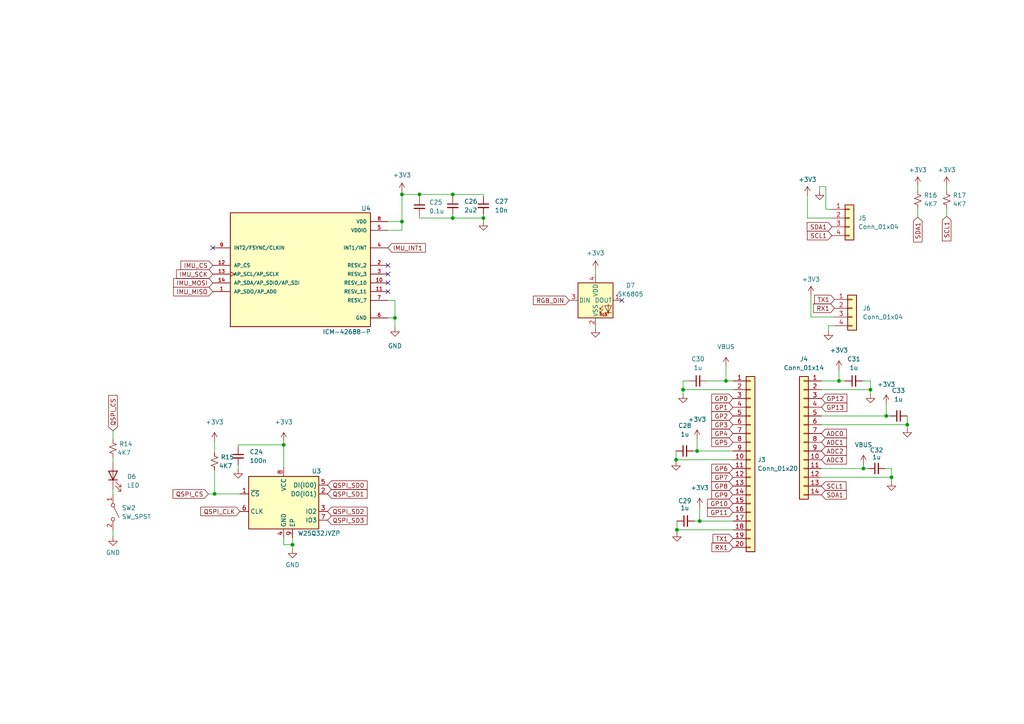
<source format=kicad_sch>
(kicad_sch
	(version 20231120)
	(generator "eeschema")
	(generator_version "8.0")
	(uuid "1e5cdc89-9ec2-4c5e-8d96-4264d3cac0bc")
	(paper "A4")
	(lib_symbols
		(symbol "Connector_Generic:Conn_01x04"
			(pin_names
				(offset 1.016) hide)
			(exclude_from_sim no)
			(in_bom yes)
			(on_board yes)
			(property "Reference" "J"
				(at 0 5.08 0)
				(effects
					(font
						(size 1.27 1.27)
					)
				)
			)
			(property "Value" "Conn_01x04"
				(at 0 -7.62 0)
				(effects
					(font
						(size 1.27 1.27)
					)
				)
			)
			(property "Footprint" ""
				(at 0 0 0)
				(effects
					(font
						(size 1.27 1.27)
					)
					(hide yes)
				)
			)
			(property "Datasheet" "~"
				(at 0 0 0)
				(effects
					(font
						(size 1.27 1.27)
					)
					(hide yes)
				)
			)
			(property "Description" "Generic connector, single row, 01x04, script generated (kicad-library-utils/schlib/autogen/connector/)"
				(at 0 0 0)
				(effects
					(font
						(size 1.27 1.27)
					)
					(hide yes)
				)
			)
			(property "ki_keywords" "connector"
				(at 0 0 0)
				(effects
					(font
						(size 1.27 1.27)
					)
					(hide yes)
				)
			)
			(property "ki_fp_filters" "Connector*:*_1x??_*"
				(at 0 0 0)
				(effects
					(font
						(size 1.27 1.27)
					)
					(hide yes)
				)
			)
			(symbol "Conn_01x04_1_1"
				(rectangle
					(start -1.27 -4.953)
					(end 0 -5.207)
					(stroke
						(width 0.1524)
						(type default)
					)
					(fill
						(type none)
					)
				)
				(rectangle
					(start -1.27 -2.413)
					(end 0 -2.667)
					(stroke
						(width 0.1524)
						(type default)
					)
					(fill
						(type none)
					)
				)
				(rectangle
					(start -1.27 0.127)
					(end 0 -0.127)
					(stroke
						(width 0.1524)
						(type default)
					)
					(fill
						(type none)
					)
				)
				(rectangle
					(start -1.27 2.667)
					(end 0 2.413)
					(stroke
						(width 0.1524)
						(type default)
					)
					(fill
						(type none)
					)
				)
				(rectangle
					(start -1.27 3.81)
					(end 1.27 -6.35)
					(stroke
						(width 0.254)
						(type default)
					)
					(fill
						(type background)
					)
				)
				(pin passive line
					(at -5.08 2.54 0)
					(length 3.81)
					(name "Pin_1"
						(effects
							(font
								(size 1.27 1.27)
							)
						)
					)
					(number "1"
						(effects
							(font
								(size 1.27 1.27)
							)
						)
					)
				)
				(pin passive line
					(at -5.08 0 0)
					(length 3.81)
					(name "Pin_2"
						(effects
							(font
								(size 1.27 1.27)
							)
						)
					)
					(number "2"
						(effects
							(font
								(size 1.27 1.27)
							)
						)
					)
				)
				(pin passive line
					(at -5.08 -2.54 0)
					(length 3.81)
					(name "Pin_3"
						(effects
							(font
								(size 1.27 1.27)
							)
						)
					)
					(number "3"
						(effects
							(font
								(size 1.27 1.27)
							)
						)
					)
				)
				(pin passive line
					(at -5.08 -5.08 0)
					(length 3.81)
					(name "Pin_4"
						(effects
							(font
								(size 1.27 1.27)
							)
						)
					)
					(number "4"
						(effects
							(font
								(size 1.27 1.27)
							)
						)
					)
				)
			)
		)
		(symbol "Connector_Generic:Conn_01x14"
			(pin_names
				(offset 1.016) hide)
			(exclude_from_sim no)
			(in_bom yes)
			(on_board yes)
			(property "Reference" "J"
				(at 0 17.78 0)
				(effects
					(font
						(size 1.27 1.27)
					)
				)
			)
			(property "Value" "Conn_01x14"
				(at 0 -20.32 0)
				(effects
					(font
						(size 1.27 1.27)
					)
				)
			)
			(property "Footprint" ""
				(at 0 0 0)
				(effects
					(font
						(size 1.27 1.27)
					)
					(hide yes)
				)
			)
			(property "Datasheet" "~"
				(at 0 0 0)
				(effects
					(font
						(size 1.27 1.27)
					)
					(hide yes)
				)
			)
			(property "Description" "Generic connector, single row, 01x14, script generated (kicad-library-utils/schlib/autogen/connector/)"
				(at 0 0 0)
				(effects
					(font
						(size 1.27 1.27)
					)
					(hide yes)
				)
			)
			(property "ki_keywords" "connector"
				(at 0 0 0)
				(effects
					(font
						(size 1.27 1.27)
					)
					(hide yes)
				)
			)
			(property "ki_fp_filters" "Connector*:*_1x??_*"
				(at 0 0 0)
				(effects
					(font
						(size 1.27 1.27)
					)
					(hide yes)
				)
			)
			(symbol "Conn_01x14_1_1"
				(rectangle
					(start -1.27 -17.653)
					(end 0 -17.907)
					(stroke
						(width 0.1524)
						(type default)
					)
					(fill
						(type none)
					)
				)
				(rectangle
					(start -1.27 -15.113)
					(end 0 -15.367)
					(stroke
						(width 0.1524)
						(type default)
					)
					(fill
						(type none)
					)
				)
				(rectangle
					(start -1.27 -12.573)
					(end 0 -12.827)
					(stroke
						(width 0.1524)
						(type default)
					)
					(fill
						(type none)
					)
				)
				(rectangle
					(start -1.27 -10.033)
					(end 0 -10.287)
					(stroke
						(width 0.1524)
						(type default)
					)
					(fill
						(type none)
					)
				)
				(rectangle
					(start -1.27 -7.493)
					(end 0 -7.747)
					(stroke
						(width 0.1524)
						(type default)
					)
					(fill
						(type none)
					)
				)
				(rectangle
					(start -1.27 -4.953)
					(end 0 -5.207)
					(stroke
						(width 0.1524)
						(type default)
					)
					(fill
						(type none)
					)
				)
				(rectangle
					(start -1.27 -2.413)
					(end 0 -2.667)
					(stroke
						(width 0.1524)
						(type default)
					)
					(fill
						(type none)
					)
				)
				(rectangle
					(start -1.27 0.127)
					(end 0 -0.127)
					(stroke
						(width 0.1524)
						(type default)
					)
					(fill
						(type none)
					)
				)
				(rectangle
					(start -1.27 2.667)
					(end 0 2.413)
					(stroke
						(width 0.1524)
						(type default)
					)
					(fill
						(type none)
					)
				)
				(rectangle
					(start -1.27 5.207)
					(end 0 4.953)
					(stroke
						(width 0.1524)
						(type default)
					)
					(fill
						(type none)
					)
				)
				(rectangle
					(start -1.27 7.747)
					(end 0 7.493)
					(stroke
						(width 0.1524)
						(type default)
					)
					(fill
						(type none)
					)
				)
				(rectangle
					(start -1.27 10.287)
					(end 0 10.033)
					(stroke
						(width 0.1524)
						(type default)
					)
					(fill
						(type none)
					)
				)
				(rectangle
					(start -1.27 12.827)
					(end 0 12.573)
					(stroke
						(width 0.1524)
						(type default)
					)
					(fill
						(type none)
					)
				)
				(rectangle
					(start -1.27 15.367)
					(end 0 15.113)
					(stroke
						(width 0.1524)
						(type default)
					)
					(fill
						(type none)
					)
				)
				(rectangle
					(start -1.27 16.51)
					(end 1.27 -19.05)
					(stroke
						(width 0.254)
						(type default)
					)
					(fill
						(type background)
					)
				)
				(pin passive line
					(at -5.08 15.24 0)
					(length 3.81)
					(name "Pin_1"
						(effects
							(font
								(size 1.27 1.27)
							)
						)
					)
					(number "1"
						(effects
							(font
								(size 1.27 1.27)
							)
						)
					)
				)
				(pin passive line
					(at -5.08 -7.62 0)
					(length 3.81)
					(name "Pin_10"
						(effects
							(font
								(size 1.27 1.27)
							)
						)
					)
					(number "10"
						(effects
							(font
								(size 1.27 1.27)
							)
						)
					)
				)
				(pin passive line
					(at -5.08 -10.16 0)
					(length 3.81)
					(name "Pin_11"
						(effects
							(font
								(size 1.27 1.27)
							)
						)
					)
					(number "11"
						(effects
							(font
								(size 1.27 1.27)
							)
						)
					)
				)
				(pin passive line
					(at -5.08 -12.7 0)
					(length 3.81)
					(name "Pin_12"
						(effects
							(font
								(size 1.27 1.27)
							)
						)
					)
					(number "12"
						(effects
							(font
								(size 1.27 1.27)
							)
						)
					)
				)
				(pin passive line
					(at -5.08 -15.24 0)
					(length 3.81)
					(name "Pin_13"
						(effects
							(font
								(size 1.27 1.27)
							)
						)
					)
					(number "13"
						(effects
							(font
								(size 1.27 1.27)
							)
						)
					)
				)
				(pin passive line
					(at -5.08 -17.78 0)
					(length 3.81)
					(name "Pin_14"
						(effects
							(font
								(size 1.27 1.27)
							)
						)
					)
					(number "14"
						(effects
							(font
								(size 1.27 1.27)
							)
						)
					)
				)
				(pin passive line
					(at -5.08 12.7 0)
					(length 3.81)
					(name "Pin_2"
						(effects
							(font
								(size 1.27 1.27)
							)
						)
					)
					(number "2"
						(effects
							(font
								(size 1.27 1.27)
							)
						)
					)
				)
				(pin passive line
					(at -5.08 10.16 0)
					(length 3.81)
					(name "Pin_3"
						(effects
							(font
								(size 1.27 1.27)
							)
						)
					)
					(number "3"
						(effects
							(font
								(size 1.27 1.27)
							)
						)
					)
				)
				(pin passive line
					(at -5.08 7.62 0)
					(length 3.81)
					(name "Pin_4"
						(effects
							(font
								(size 1.27 1.27)
							)
						)
					)
					(number "4"
						(effects
							(font
								(size 1.27 1.27)
							)
						)
					)
				)
				(pin passive line
					(at -5.08 5.08 0)
					(length 3.81)
					(name "Pin_5"
						(effects
							(font
								(size 1.27 1.27)
							)
						)
					)
					(number "5"
						(effects
							(font
								(size 1.27 1.27)
							)
						)
					)
				)
				(pin passive line
					(at -5.08 2.54 0)
					(length 3.81)
					(name "Pin_6"
						(effects
							(font
								(size 1.27 1.27)
							)
						)
					)
					(number "6"
						(effects
							(font
								(size 1.27 1.27)
							)
						)
					)
				)
				(pin passive line
					(at -5.08 0 0)
					(length 3.81)
					(name "Pin_7"
						(effects
							(font
								(size 1.27 1.27)
							)
						)
					)
					(number "7"
						(effects
							(font
								(size 1.27 1.27)
							)
						)
					)
				)
				(pin passive line
					(at -5.08 -2.54 0)
					(length 3.81)
					(name "Pin_8"
						(effects
							(font
								(size 1.27 1.27)
							)
						)
					)
					(number "8"
						(effects
							(font
								(size 1.27 1.27)
							)
						)
					)
				)
				(pin passive line
					(at -5.08 -5.08 0)
					(length 3.81)
					(name "Pin_9"
						(effects
							(font
								(size 1.27 1.27)
							)
						)
					)
					(number "9"
						(effects
							(font
								(size 1.27 1.27)
							)
						)
					)
				)
			)
		)
		(symbol "Connector_Generic:Conn_01x20"
			(pin_names
				(offset 1.016) hide)
			(exclude_from_sim no)
			(in_bom yes)
			(on_board yes)
			(property "Reference" "J"
				(at 0 25.4 0)
				(effects
					(font
						(size 1.27 1.27)
					)
				)
			)
			(property "Value" "Conn_01x20"
				(at 0 -27.94 0)
				(effects
					(font
						(size 1.27 1.27)
					)
				)
			)
			(property "Footprint" ""
				(at 0 0 0)
				(effects
					(font
						(size 1.27 1.27)
					)
					(hide yes)
				)
			)
			(property "Datasheet" "~"
				(at 0 0 0)
				(effects
					(font
						(size 1.27 1.27)
					)
					(hide yes)
				)
			)
			(property "Description" "Generic connector, single row, 01x20, script generated (kicad-library-utils/schlib/autogen/connector/)"
				(at 0 0 0)
				(effects
					(font
						(size 1.27 1.27)
					)
					(hide yes)
				)
			)
			(property "ki_keywords" "connector"
				(at 0 0 0)
				(effects
					(font
						(size 1.27 1.27)
					)
					(hide yes)
				)
			)
			(property "ki_fp_filters" "Connector*:*_1x??_*"
				(at 0 0 0)
				(effects
					(font
						(size 1.27 1.27)
					)
					(hide yes)
				)
			)
			(symbol "Conn_01x20_1_1"
				(rectangle
					(start -1.27 -25.273)
					(end 0 -25.527)
					(stroke
						(width 0.1524)
						(type default)
					)
					(fill
						(type none)
					)
				)
				(rectangle
					(start -1.27 -22.733)
					(end 0 -22.987)
					(stroke
						(width 0.1524)
						(type default)
					)
					(fill
						(type none)
					)
				)
				(rectangle
					(start -1.27 -20.193)
					(end 0 -20.447)
					(stroke
						(width 0.1524)
						(type default)
					)
					(fill
						(type none)
					)
				)
				(rectangle
					(start -1.27 -17.653)
					(end 0 -17.907)
					(stroke
						(width 0.1524)
						(type default)
					)
					(fill
						(type none)
					)
				)
				(rectangle
					(start -1.27 -15.113)
					(end 0 -15.367)
					(stroke
						(width 0.1524)
						(type default)
					)
					(fill
						(type none)
					)
				)
				(rectangle
					(start -1.27 -12.573)
					(end 0 -12.827)
					(stroke
						(width 0.1524)
						(type default)
					)
					(fill
						(type none)
					)
				)
				(rectangle
					(start -1.27 -10.033)
					(end 0 -10.287)
					(stroke
						(width 0.1524)
						(type default)
					)
					(fill
						(type none)
					)
				)
				(rectangle
					(start -1.27 -7.493)
					(end 0 -7.747)
					(stroke
						(width 0.1524)
						(type default)
					)
					(fill
						(type none)
					)
				)
				(rectangle
					(start -1.27 -4.953)
					(end 0 -5.207)
					(stroke
						(width 0.1524)
						(type default)
					)
					(fill
						(type none)
					)
				)
				(rectangle
					(start -1.27 -2.413)
					(end 0 -2.667)
					(stroke
						(width 0.1524)
						(type default)
					)
					(fill
						(type none)
					)
				)
				(rectangle
					(start -1.27 0.127)
					(end 0 -0.127)
					(stroke
						(width 0.1524)
						(type default)
					)
					(fill
						(type none)
					)
				)
				(rectangle
					(start -1.27 2.667)
					(end 0 2.413)
					(stroke
						(width 0.1524)
						(type default)
					)
					(fill
						(type none)
					)
				)
				(rectangle
					(start -1.27 5.207)
					(end 0 4.953)
					(stroke
						(width 0.1524)
						(type default)
					)
					(fill
						(type none)
					)
				)
				(rectangle
					(start -1.27 7.747)
					(end 0 7.493)
					(stroke
						(width 0.1524)
						(type default)
					)
					(fill
						(type none)
					)
				)
				(rectangle
					(start -1.27 10.287)
					(end 0 10.033)
					(stroke
						(width 0.1524)
						(type default)
					)
					(fill
						(type none)
					)
				)
				(rectangle
					(start -1.27 12.827)
					(end 0 12.573)
					(stroke
						(width 0.1524)
						(type default)
					)
					(fill
						(type none)
					)
				)
				(rectangle
					(start -1.27 15.367)
					(end 0 15.113)
					(stroke
						(width 0.1524)
						(type default)
					)
					(fill
						(type none)
					)
				)
				(rectangle
					(start -1.27 17.907)
					(end 0 17.653)
					(stroke
						(width 0.1524)
						(type default)
					)
					(fill
						(type none)
					)
				)
				(rectangle
					(start -1.27 20.447)
					(end 0 20.193)
					(stroke
						(width 0.1524)
						(type default)
					)
					(fill
						(type none)
					)
				)
				(rectangle
					(start -1.27 22.987)
					(end 0 22.733)
					(stroke
						(width 0.1524)
						(type default)
					)
					(fill
						(type none)
					)
				)
				(rectangle
					(start -1.27 24.13)
					(end 1.27 -26.67)
					(stroke
						(width 0.254)
						(type default)
					)
					(fill
						(type background)
					)
				)
				(pin passive line
					(at -5.08 22.86 0)
					(length 3.81)
					(name "Pin_1"
						(effects
							(font
								(size 1.27 1.27)
							)
						)
					)
					(number "1"
						(effects
							(font
								(size 1.27 1.27)
							)
						)
					)
				)
				(pin passive line
					(at -5.08 0 0)
					(length 3.81)
					(name "Pin_10"
						(effects
							(font
								(size 1.27 1.27)
							)
						)
					)
					(number "10"
						(effects
							(font
								(size 1.27 1.27)
							)
						)
					)
				)
				(pin passive line
					(at -5.08 -2.54 0)
					(length 3.81)
					(name "Pin_11"
						(effects
							(font
								(size 1.27 1.27)
							)
						)
					)
					(number "11"
						(effects
							(font
								(size 1.27 1.27)
							)
						)
					)
				)
				(pin passive line
					(at -5.08 -5.08 0)
					(length 3.81)
					(name "Pin_12"
						(effects
							(font
								(size 1.27 1.27)
							)
						)
					)
					(number "12"
						(effects
							(font
								(size 1.27 1.27)
							)
						)
					)
				)
				(pin passive line
					(at -5.08 -7.62 0)
					(length 3.81)
					(name "Pin_13"
						(effects
							(font
								(size 1.27 1.27)
							)
						)
					)
					(number "13"
						(effects
							(font
								(size 1.27 1.27)
							)
						)
					)
				)
				(pin passive line
					(at -5.08 -10.16 0)
					(length 3.81)
					(name "Pin_14"
						(effects
							(font
								(size 1.27 1.27)
							)
						)
					)
					(number "14"
						(effects
							(font
								(size 1.27 1.27)
							)
						)
					)
				)
				(pin passive line
					(at -5.08 -12.7 0)
					(length 3.81)
					(name "Pin_15"
						(effects
							(font
								(size 1.27 1.27)
							)
						)
					)
					(number "15"
						(effects
							(font
								(size 1.27 1.27)
							)
						)
					)
				)
				(pin passive line
					(at -5.08 -15.24 0)
					(length 3.81)
					(name "Pin_16"
						(effects
							(font
								(size 1.27 1.27)
							)
						)
					)
					(number "16"
						(effects
							(font
								(size 1.27 1.27)
							)
						)
					)
				)
				(pin passive line
					(at -5.08 -17.78 0)
					(length 3.81)
					(name "Pin_17"
						(effects
							(font
								(size 1.27 1.27)
							)
						)
					)
					(number "17"
						(effects
							(font
								(size 1.27 1.27)
							)
						)
					)
				)
				(pin passive line
					(at -5.08 -20.32 0)
					(length 3.81)
					(name "Pin_18"
						(effects
							(font
								(size 1.27 1.27)
							)
						)
					)
					(number "18"
						(effects
							(font
								(size 1.27 1.27)
							)
						)
					)
				)
				(pin passive line
					(at -5.08 -22.86 0)
					(length 3.81)
					(name "Pin_19"
						(effects
							(font
								(size 1.27 1.27)
							)
						)
					)
					(number "19"
						(effects
							(font
								(size 1.27 1.27)
							)
						)
					)
				)
				(pin passive line
					(at -5.08 20.32 0)
					(length 3.81)
					(name "Pin_2"
						(effects
							(font
								(size 1.27 1.27)
							)
						)
					)
					(number "2"
						(effects
							(font
								(size 1.27 1.27)
							)
						)
					)
				)
				(pin passive line
					(at -5.08 -25.4 0)
					(length 3.81)
					(name "Pin_20"
						(effects
							(font
								(size 1.27 1.27)
							)
						)
					)
					(number "20"
						(effects
							(font
								(size 1.27 1.27)
							)
						)
					)
				)
				(pin passive line
					(at -5.08 17.78 0)
					(length 3.81)
					(name "Pin_3"
						(effects
							(font
								(size 1.27 1.27)
							)
						)
					)
					(number "3"
						(effects
							(font
								(size 1.27 1.27)
							)
						)
					)
				)
				(pin passive line
					(at -5.08 15.24 0)
					(length 3.81)
					(name "Pin_4"
						(effects
							(font
								(size 1.27 1.27)
							)
						)
					)
					(number "4"
						(effects
							(font
								(size 1.27 1.27)
							)
						)
					)
				)
				(pin passive line
					(at -5.08 12.7 0)
					(length 3.81)
					(name "Pin_5"
						(effects
							(font
								(size 1.27 1.27)
							)
						)
					)
					(number "5"
						(effects
							(font
								(size 1.27 1.27)
							)
						)
					)
				)
				(pin passive line
					(at -5.08 10.16 0)
					(length 3.81)
					(name "Pin_6"
						(effects
							(font
								(size 1.27 1.27)
							)
						)
					)
					(number "6"
						(effects
							(font
								(size 1.27 1.27)
							)
						)
					)
				)
				(pin passive line
					(at -5.08 7.62 0)
					(length 3.81)
					(name "Pin_7"
						(effects
							(font
								(size 1.27 1.27)
							)
						)
					)
					(number "7"
						(effects
							(font
								(size 1.27 1.27)
							)
						)
					)
				)
				(pin passive line
					(at -5.08 5.08 0)
					(length 3.81)
					(name "Pin_8"
						(effects
							(font
								(size 1.27 1.27)
							)
						)
					)
					(number "8"
						(effects
							(font
								(size 1.27 1.27)
							)
						)
					)
				)
				(pin passive line
					(at -5.08 2.54 0)
					(length 3.81)
					(name "Pin_9"
						(effects
							(font
								(size 1.27 1.27)
							)
						)
					)
					(number "9"
						(effects
							(font
								(size 1.27 1.27)
							)
						)
					)
				)
			)
		)
		(symbol "Device:C_Small"
			(pin_numbers hide)
			(pin_names
				(offset 0.254) hide)
			(exclude_from_sim no)
			(in_bom yes)
			(on_board yes)
			(property "Reference" "C"
				(at 0.254 1.778 0)
				(effects
					(font
						(size 1.27 1.27)
					)
					(justify left)
				)
			)
			(property "Value" "C_Small"
				(at 0.254 -2.032 0)
				(effects
					(font
						(size 1.27 1.27)
					)
					(justify left)
				)
			)
			(property "Footprint" ""
				(at 0 0 0)
				(effects
					(font
						(size 1.27 1.27)
					)
					(hide yes)
				)
			)
			(property "Datasheet" "~"
				(at 0 0 0)
				(effects
					(font
						(size 1.27 1.27)
					)
					(hide yes)
				)
			)
			(property "Description" "Unpolarized capacitor, small symbol"
				(at 0 0 0)
				(effects
					(font
						(size 1.27 1.27)
					)
					(hide yes)
				)
			)
			(property "ki_keywords" "capacitor cap"
				(at 0 0 0)
				(effects
					(font
						(size 1.27 1.27)
					)
					(hide yes)
				)
			)
			(property "ki_fp_filters" "C_*"
				(at 0 0 0)
				(effects
					(font
						(size 1.27 1.27)
					)
					(hide yes)
				)
			)
			(symbol "C_Small_0_1"
				(polyline
					(pts
						(xy -1.524 -0.508) (xy 1.524 -0.508)
					)
					(stroke
						(width 0.3302)
						(type default)
					)
					(fill
						(type none)
					)
				)
				(polyline
					(pts
						(xy -1.524 0.508) (xy 1.524 0.508)
					)
					(stroke
						(width 0.3048)
						(type default)
					)
					(fill
						(type none)
					)
				)
			)
			(symbol "C_Small_1_1"
				(pin passive line
					(at 0 2.54 270)
					(length 2.032)
					(name "~"
						(effects
							(font
								(size 1.27 1.27)
							)
						)
					)
					(number "1"
						(effects
							(font
								(size 1.27 1.27)
							)
						)
					)
				)
				(pin passive line
					(at 0 -2.54 90)
					(length 2.032)
					(name "~"
						(effects
							(font
								(size 1.27 1.27)
							)
						)
					)
					(number "2"
						(effects
							(font
								(size 1.27 1.27)
							)
						)
					)
				)
			)
		)
		(symbol "Device:LED"
			(pin_numbers hide)
			(pin_names
				(offset 1.016) hide)
			(exclude_from_sim no)
			(in_bom yes)
			(on_board yes)
			(property "Reference" "D"
				(at 0 2.54 0)
				(effects
					(font
						(size 1.27 1.27)
					)
				)
			)
			(property "Value" "LED"
				(at 0 -2.54 0)
				(effects
					(font
						(size 1.27 1.27)
					)
				)
			)
			(property "Footprint" ""
				(at 0 0 0)
				(effects
					(font
						(size 1.27 1.27)
					)
					(hide yes)
				)
			)
			(property "Datasheet" "~"
				(at 0 0 0)
				(effects
					(font
						(size 1.27 1.27)
					)
					(hide yes)
				)
			)
			(property "Description" "Light emitting diode"
				(at 0 0 0)
				(effects
					(font
						(size 1.27 1.27)
					)
					(hide yes)
				)
			)
			(property "ki_keywords" "LED diode"
				(at 0 0 0)
				(effects
					(font
						(size 1.27 1.27)
					)
					(hide yes)
				)
			)
			(property "ki_fp_filters" "LED* LED_SMD:* LED_THT:*"
				(at 0 0 0)
				(effects
					(font
						(size 1.27 1.27)
					)
					(hide yes)
				)
			)
			(symbol "LED_0_1"
				(polyline
					(pts
						(xy -1.27 -1.27) (xy -1.27 1.27)
					)
					(stroke
						(width 0.254)
						(type default)
					)
					(fill
						(type none)
					)
				)
				(polyline
					(pts
						(xy -1.27 0) (xy 1.27 0)
					)
					(stroke
						(width 0)
						(type default)
					)
					(fill
						(type none)
					)
				)
				(polyline
					(pts
						(xy 1.27 -1.27) (xy 1.27 1.27) (xy -1.27 0) (xy 1.27 -1.27)
					)
					(stroke
						(width 0.254)
						(type default)
					)
					(fill
						(type none)
					)
				)
				(polyline
					(pts
						(xy -3.048 -0.762) (xy -4.572 -2.286) (xy -3.81 -2.286) (xy -4.572 -2.286) (xy -4.572 -1.524)
					)
					(stroke
						(width 0)
						(type default)
					)
					(fill
						(type none)
					)
				)
				(polyline
					(pts
						(xy -1.778 -0.762) (xy -3.302 -2.286) (xy -2.54 -2.286) (xy -3.302 -2.286) (xy -3.302 -1.524)
					)
					(stroke
						(width 0)
						(type default)
					)
					(fill
						(type none)
					)
				)
			)
			(symbol "LED_1_1"
				(pin passive line
					(at -3.81 0 0)
					(length 2.54)
					(name "K"
						(effects
							(font
								(size 1.27 1.27)
							)
						)
					)
					(number "1"
						(effects
							(font
								(size 1.27 1.27)
							)
						)
					)
				)
				(pin passive line
					(at 3.81 0 180)
					(length 2.54)
					(name "A"
						(effects
							(font
								(size 1.27 1.27)
							)
						)
					)
					(number "2"
						(effects
							(font
								(size 1.27 1.27)
							)
						)
					)
				)
			)
		)
		(symbol "Device:R_Small_US"
			(pin_numbers hide)
			(pin_names
				(offset 0.254) hide)
			(exclude_from_sim no)
			(in_bom yes)
			(on_board yes)
			(property "Reference" "R"
				(at 0.762 0.508 0)
				(effects
					(font
						(size 1.27 1.27)
					)
					(justify left)
				)
			)
			(property "Value" "R_Small_US"
				(at 0.762 -1.016 0)
				(effects
					(font
						(size 1.27 1.27)
					)
					(justify left)
				)
			)
			(property "Footprint" ""
				(at 0 0 0)
				(effects
					(font
						(size 1.27 1.27)
					)
					(hide yes)
				)
			)
			(property "Datasheet" "~"
				(at 0 0 0)
				(effects
					(font
						(size 1.27 1.27)
					)
					(hide yes)
				)
			)
			(property "Description" "Resistor, small US symbol"
				(at 0 0 0)
				(effects
					(font
						(size 1.27 1.27)
					)
					(hide yes)
				)
			)
			(property "ki_keywords" "r resistor"
				(at 0 0 0)
				(effects
					(font
						(size 1.27 1.27)
					)
					(hide yes)
				)
			)
			(property "ki_fp_filters" "R_*"
				(at 0 0 0)
				(effects
					(font
						(size 1.27 1.27)
					)
					(hide yes)
				)
			)
			(symbol "R_Small_US_1_1"
				(polyline
					(pts
						(xy 0 0) (xy 1.016 -0.381) (xy 0 -0.762) (xy -1.016 -1.143) (xy 0 -1.524)
					)
					(stroke
						(width 0)
						(type default)
					)
					(fill
						(type none)
					)
				)
				(polyline
					(pts
						(xy 0 1.524) (xy 1.016 1.143) (xy 0 0.762) (xy -1.016 0.381) (xy 0 0)
					)
					(stroke
						(width 0)
						(type default)
					)
					(fill
						(type none)
					)
				)
				(pin passive line
					(at 0 2.54 270)
					(length 1.016)
					(name "~"
						(effects
							(font
								(size 1.27 1.27)
							)
						)
					)
					(number "1"
						(effects
							(font
								(size 1.27 1.27)
							)
						)
					)
				)
				(pin passive line
					(at 0 -2.54 90)
					(length 1.016)
					(name "~"
						(effects
							(font
								(size 1.27 1.27)
							)
						)
					)
					(number "2"
						(effects
							(font
								(size 1.27 1.27)
							)
						)
					)
				)
			)
		)
		(symbol "ICM-42688-P:ICM-42688-P"
			(pin_names
				(offset 1.016)
			)
			(exclude_from_sim no)
			(in_bom yes)
			(on_board yes)
			(property "Reference" "U"
				(at -20.32 16.002 0)
				(effects
					(font
						(size 1.27 1.27)
					)
					(justify left bottom)
				)
			)
			(property "Value" "ICM-42688-P"
				(at -20.32 -20.32 0)
				(effects
					(font
						(size 1.27 1.27)
					)
					(justify left bottom)
				)
			)
			(property "Footprint" "PQFN50P300X250X97-14N"
				(at 0 0 0)
				(effects
					(font
						(size 1.27 1.27)
					)
					(justify bottom)
					(hide yes)
				)
			)
			(property "Datasheet" ""
				(at 0 0 0)
				(effects
					(font
						(size 1.27 1.27)
					)
					(hide yes)
				)
			)
			(property "Description" ""
				(at 0 0 0)
				(effects
					(font
						(size 1.27 1.27)
					)
					(hide yes)
				)
			)
			(property "PARTREV" "1.2"
				(at 0 0 0)
				(effects
					(font
						(size 1.27 1.27)
					)
					(justify bottom)
					(hide yes)
				)
			)
			(property "STANDARD" "IPC-7351B"
				(at 0 0 0)
				(effects
					(font
						(size 1.27 1.27)
					)
					(justify bottom)
					(hide yes)
				)
			)
			(property "MAXIMUM_PACKAGE_HEIGHT" "0.97mm"
				(at 0 0 0)
				(effects
					(font
						(size 1.27 1.27)
					)
					(justify bottom)
					(hide yes)
				)
			)
			(property "MANUFACTURER" "TDK InvenSense"
				(at 0 0 0)
				(effects
					(font
						(size 1.27 1.27)
					)
					(justify bottom)
					(hide yes)
				)
			)
			(symbol "ICM-42688-P_0_0"
				(rectangle
					(start -20.32 -17.78)
					(end 20.32 15.24)
					(stroke
						(width 0.254)
						(type default)
					)
					(fill
						(type background)
					)
				)
				(pin bidirectional line
					(at -25.4 -7.62 0)
					(length 5.08)
					(name "AP_SDO/AP_AD0"
						(effects
							(font
								(size 1.016 1.016)
							)
						)
					)
					(number "1"
						(effects
							(font
								(size 1.016 1.016)
							)
						)
					)
				)
				(pin passive line
					(at 25.4 -5.08 180)
					(length 5.08)
					(name "RESV_10"
						(effects
							(font
								(size 1.016 1.016)
							)
						)
					)
					(number "10"
						(effects
							(font
								(size 1.016 1.016)
							)
						)
					)
				)
				(pin passive line
					(at 25.4 -7.62 180)
					(length 5.08)
					(name "RESV_11"
						(effects
							(font
								(size 1.016 1.016)
							)
						)
					)
					(number "11"
						(effects
							(font
								(size 1.016 1.016)
							)
						)
					)
				)
				(pin input line
					(at -25.4 0 0)
					(length 5.08)
					(name "AP_CS"
						(effects
							(font
								(size 1.016 1.016)
							)
						)
					)
					(number "12"
						(effects
							(font
								(size 1.016 1.016)
							)
						)
					)
				)
				(pin input clock
					(at -25.4 -2.54 0)
					(length 5.08)
					(name "AP_SCL/AP_SCLK"
						(effects
							(font
								(size 1.016 1.016)
							)
						)
					)
					(number "13"
						(effects
							(font
								(size 1.016 1.016)
							)
						)
					)
				)
				(pin bidirectional line
					(at -25.4 -5.08 0)
					(length 5.08)
					(name "AP_SDA/AP_SDIO/AP_SDI"
						(effects
							(font
								(size 1.016 1.016)
							)
						)
					)
					(number "14"
						(effects
							(font
								(size 1.016 1.016)
							)
						)
					)
				)
				(pin passive line
					(at 25.4 0 180)
					(length 5.08)
					(name "RESV_2"
						(effects
							(font
								(size 1.016 1.016)
							)
						)
					)
					(number "2"
						(effects
							(font
								(size 1.016 1.016)
							)
						)
					)
				)
				(pin passive line
					(at 25.4 -2.54 180)
					(length 5.08)
					(name "RESV_3"
						(effects
							(font
								(size 1.016 1.016)
							)
						)
					)
					(number "3"
						(effects
							(font
								(size 1.016 1.016)
							)
						)
					)
				)
				(pin output line
					(at 25.4 5.08 180)
					(length 5.08)
					(name "INT1/INT"
						(effects
							(font
								(size 1.016 1.016)
							)
						)
					)
					(number "4"
						(effects
							(font
								(size 1.016 1.016)
							)
						)
					)
				)
				(pin power_in line
					(at 25.4 10.16 180)
					(length 5.08)
					(name "VDDIO"
						(effects
							(font
								(size 1.016 1.016)
							)
						)
					)
					(number "5"
						(effects
							(font
								(size 1.016 1.016)
							)
						)
					)
				)
				(pin power_in line
					(at 25.4 -15.24 180)
					(length 5.08)
					(name "GND"
						(effects
							(font
								(size 1.016 1.016)
							)
						)
					)
					(number "6"
						(effects
							(font
								(size 1.016 1.016)
							)
						)
					)
				)
				(pin passive line
					(at 25.4 -10.16 180)
					(length 5.08)
					(name "RESV_7"
						(effects
							(font
								(size 1.016 1.016)
							)
						)
					)
					(number "7"
						(effects
							(font
								(size 1.016 1.016)
							)
						)
					)
				)
				(pin power_in line
					(at 25.4 12.7 180)
					(length 5.08)
					(name "VDD"
						(effects
							(font
								(size 1.016 1.016)
							)
						)
					)
					(number "8"
						(effects
							(font
								(size 1.016 1.016)
							)
						)
					)
				)
				(pin bidirectional line
					(at -25.4 5.08 0)
					(length 5.08)
					(name "INT2/FSYNC/CLKIN"
						(effects
							(font
								(size 1.016 1.016)
							)
						)
					)
					(number "9"
						(effects
							(font
								(size 1.016 1.016)
							)
						)
					)
				)
			)
		)
		(symbol "LED:SK6805"
			(pin_names
				(offset 0.254)
			)
			(exclude_from_sim no)
			(in_bom yes)
			(on_board yes)
			(property "Reference" "D"
				(at 5.08 5.715 0)
				(effects
					(font
						(size 1.27 1.27)
					)
					(justify right bottom)
				)
			)
			(property "Value" "SK6805"
				(at 1.27 -5.715 0)
				(effects
					(font
						(size 1.27 1.27)
					)
					(justify left top)
				)
			)
			(property "Footprint" "LED_SMD:LED_SK6805_PLCC4_2.4x2.7mm_P1.3mm"
				(at 1.27 -7.62 0)
				(effects
					(font
						(size 1.27 1.27)
					)
					(justify left top)
					(hide yes)
				)
			)
			(property "Datasheet" "https://cdn-shop.adafruit.com/product-files/3484/3484_Datasheet.pdf"
				(at 2.54 -9.525 0)
				(effects
					(font
						(size 1.27 1.27)
					)
					(justify left top)
					(hide yes)
				)
			)
			(property "Description" "RGB LED with integrated controller"
				(at 0 0 0)
				(effects
					(font
						(size 1.27 1.27)
					)
					(hide yes)
				)
			)
			(property "ki_keywords" "RGB LED NeoPixel Nano addressable"
				(at 0 0 0)
				(effects
					(font
						(size 1.27 1.27)
					)
					(hide yes)
				)
			)
			(property "ki_fp_filters" "LED*SK6805*PLCC*2.4x2.7mm*P1.3mm*"
				(at 0 0 0)
				(effects
					(font
						(size 1.27 1.27)
					)
					(hide yes)
				)
			)
			(symbol "SK6805_0_0"
				(text "RGB"
					(at 2.286 -4.191 0)
					(effects
						(font
							(size 0.762 0.762)
						)
					)
				)
			)
			(symbol "SK6805_0_1"
				(polyline
					(pts
						(xy 1.27 -3.556) (xy 1.778 -3.556)
					)
					(stroke
						(width 0)
						(type default)
					)
					(fill
						(type none)
					)
				)
				(polyline
					(pts
						(xy 1.27 -2.54) (xy 1.778 -2.54)
					)
					(stroke
						(width 0)
						(type default)
					)
					(fill
						(type none)
					)
				)
				(polyline
					(pts
						(xy 4.699 -3.556) (xy 2.667 -3.556)
					)
					(stroke
						(width 0)
						(type default)
					)
					(fill
						(type none)
					)
				)
				(polyline
					(pts
						(xy 2.286 -2.54) (xy 1.27 -3.556) (xy 1.27 -3.048)
					)
					(stroke
						(width 0)
						(type default)
					)
					(fill
						(type none)
					)
				)
				(polyline
					(pts
						(xy 2.286 -1.524) (xy 1.27 -2.54) (xy 1.27 -2.032)
					)
					(stroke
						(width 0)
						(type default)
					)
					(fill
						(type none)
					)
				)
				(polyline
					(pts
						(xy 3.683 -1.016) (xy 3.683 -3.556) (xy 3.683 -4.064)
					)
					(stroke
						(width 0)
						(type default)
					)
					(fill
						(type none)
					)
				)
				(polyline
					(pts
						(xy 4.699 -1.524) (xy 2.667 -1.524) (xy 3.683 -3.556) (xy 4.699 -1.524)
					)
					(stroke
						(width 0)
						(type default)
					)
					(fill
						(type none)
					)
				)
				(rectangle
					(start 5.08 5.08)
					(end -5.08 -5.08)
					(stroke
						(width 0.254)
						(type default)
					)
					(fill
						(type background)
					)
				)
			)
			(symbol "SK6805_1_1"
				(pin output line
					(at 7.62 0 180)
					(length 2.54)
					(name "DOUT"
						(effects
							(font
								(size 1.27 1.27)
							)
						)
					)
					(number "1"
						(effects
							(font
								(size 1.27 1.27)
							)
						)
					)
				)
				(pin power_in line
					(at 0 -7.62 90)
					(length 2.54)
					(name "VSS"
						(effects
							(font
								(size 1.27 1.27)
							)
						)
					)
					(number "2"
						(effects
							(font
								(size 1.27 1.27)
							)
						)
					)
				)
				(pin input line
					(at -7.62 0 0)
					(length 2.54)
					(name "DIN"
						(effects
							(font
								(size 1.27 1.27)
							)
						)
					)
					(number "3"
						(effects
							(font
								(size 1.27 1.27)
							)
						)
					)
				)
				(pin power_in line
					(at 0 7.62 270)
					(length 2.54)
					(name "VDD"
						(effects
							(font
								(size 1.27 1.27)
							)
						)
					)
					(number "4"
						(effects
							(font
								(size 1.27 1.27)
							)
						)
					)
				)
			)
		)
		(symbol "Memory_Flash:W25Q32JVZP"
			(exclude_from_sim no)
			(in_bom yes)
			(on_board yes)
			(property "Reference" "U"
				(at -8.89 8.89 0)
				(effects
					(font
						(size 1.27 1.27)
					)
				)
			)
			(property "Value" "W25Q32JVZP"
				(at 7.62 8.89 0)
				(effects
					(font
						(size 1.27 1.27)
					)
				)
			)
			(property "Footprint" "Package_SON:WSON-8-1EP_6x5mm_P1.27mm_EP3.4x4.3mm"
				(at 0 0 0)
				(effects
					(font
						(size 1.27 1.27)
					)
					(hide yes)
				)
			)
			(property "Datasheet" "http://www.winbond.com/resource-files/w25q32jv%20revg%2003272018%20plus.pdf"
				(at 0 0 0)
				(effects
					(font
						(size 1.27 1.27)
					)
					(hide yes)
				)
			)
			(property "Description" "32Mb Serial Flash Memory, Standard/Dual/Quad SPI, DFN-8"
				(at 0 0 0)
				(effects
					(font
						(size 1.27 1.27)
					)
					(hide yes)
				)
			)
			(property "ki_keywords" "flash memory SPI"
				(at 0 0 0)
				(effects
					(font
						(size 1.27 1.27)
					)
					(hide yes)
				)
			)
			(property "ki_fp_filters" "WSON*1EP*6x5mm*P1.27mm*"
				(at 0 0 0)
				(effects
					(font
						(size 1.27 1.27)
					)
					(hide yes)
				)
			)
			(symbol "W25Q32JVZP_0_1"
				(rectangle
					(start -10.16 7.62)
					(end 10.16 -7.62)
					(stroke
						(width 0.254)
						(type default)
					)
					(fill
						(type background)
					)
				)
			)
			(symbol "W25Q32JVZP_1_1"
				(pin input line
					(at -12.7 2.54 0)
					(length 2.54)
					(name "~{CS}"
						(effects
							(font
								(size 1.27 1.27)
							)
						)
					)
					(number "1"
						(effects
							(font
								(size 1.27 1.27)
							)
						)
					)
				)
				(pin bidirectional line
					(at 12.7 2.54 180)
					(length 2.54)
					(name "DO(IO1)"
						(effects
							(font
								(size 1.27 1.27)
							)
						)
					)
					(number "2"
						(effects
							(font
								(size 1.27 1.27)
							)
						)
					)
				)
				(pin bidirectional line
					(at 12.7 -2.54 180)
					(length 2.54)
					(name "IO2"
						(effects
							(font
								(size 1.27 1.27)
							)
						)
					)
					(number "3"
						(effects
							(font
								(size 1.27 1.27)
							)
						)
					)
				)
				(pin power_in line
					(at 0 -10.16 90)
					(length 2.54)
					(name "GND"
						(effects
							(font
								(size 1.27 1.27)
							)
						)
					)
					(number "4"
						(effects
							(font
								(size 1.27 1.27)
							)
						)
					)
				)
				(pin bidirectional line
					(at 12.7 5.08 180)
					(length 2.54)
					(name "DI(IO0)"
						(effects
							(font
								(size 1.27 1.27)
							)
						)
					)
					(number "5"
						(effects
							(font
								(size 1.27 1.27)
							)
						)
					)
				)
				(pin input line
					(at -12.7 -2.54 0)
					(length 2.54)
					(name "CLK"
						(effects
							(font
								(size 1.27 1.27)
							)
						)
					)
					(number "6"
						(effects
							(font
								(size 1.27 1.27)
							)
						)
					)
				)
				(pin bidirectional line
					(at 12.7 -5.08 180)
					(length 2.54)
					(name "IO3"
						(effects
							(font
								(size 1.27 1.27)
							)
						)
					)
					(number "7"
						(effects
							(font
								(size 1.27 1.27)
							)
						)
					)
				)
				(pin power_in line
					(at 0 10.16 270)
					(length 2.54)
					(name "VCC"
						(effects
							(font
								(size 1.27 1.27)
							)
						)
					)
					(number "8"
						(effects
							(font
								(size 1.27 1.27)
							)
						)
					)
				)
				(pin passive line
					(at 2.54 -10.16 90)
					(length 2.54)
					(name "EP"
						(effects
							(font
								(size 1.27 1.27)
							)
						)
					)
					(number "9"
						(effects
							(font
								(size 1.27 1.27)
							)
						)
					)
				)
			)
		)
		(symbol "Switch:SW_SPST"
			(pin_names
				(offset 0) hide)
			(exclude_from_sim no)
			(in_bom yes)
			(on_board yes)
			(property "Reference" "SW"
				(at 0 3.175 0)
				(effects
					(font
						(size 1.27 1.27)
					)
				)
			)
			(property "Value" "SW_SPST"
				(at 0 -2.54 0)
				(effects
					(font
						(size 1.27 1.27)
					)
				)
			)
			(property "Footprint" ""
				(at 0 0 0)
				(effects
					(font
						(size 1.27 1.27)
					)
					(hide yes)
				)
			)
			(property "Datasheet" "~"
				(at 0 0 0)
				(effects
					(font
						(size 1.27 1.27)
					)
					(hide yes)
				)
			)
			(property "Description" "Single Pole Single Throw (SPST) switch"
				(at 0 0 0)
				(effects
					(font
						(size 1.27 1.27)
					)
					(hide yes)
				)
			)
			(property "ki_keywords" "switch lever"
				(at 0 0 0)
				(effects
					(font
						(size 1.27 1.27)
					)
					(hide yes)
				)
			)
			(symbol "SW_SPST_0_0"
				(circle
					(center -2.032 0)
					(radius 0.508)
					(stroke
						(width 0)
						(type default)
					)
					(fill
						(type none)
					)
				)
				(polyline
					(pts
						(xy -1.524 0.254) (xy 1.524 1.778)
					)
					(stroke
						(width 0)
						(type default)
					)
					(fill
						(type none)
					)
				)
				(circle
					(center 2.032 0)
					(radius 0.508)
					(stroke
						(width 0)
						(type default)
					)
					(fill
						(type none)
					)
				)
			)
			(symbol "SW_SPST_1_1"
				(pin passive line
					(at -5.08 0 0)
					(length 2.54)
					(name "A"
						(effects
							(font
								(size 1.27 1.27)
							)
						)
					)
					(number "1"
						(effects
							(font
								(size 1.27 1.27)
							)
						)
					)
				)
				(pin passive line
					(at 5.08 0 180)
					(length 2.54)
					(name "B"
						(effects
							(font
								(size 1.27 1.27)
							)
						)
					)
					(number "2"
						(effects
							(font
								(size 1.27 1.27)
							)
						)
					)
				)
			)
		)
		(symbol "power:+3.3V"
			(power)
			(pin_names
				(offset 0)
			)
			(exclude_from_sim no)
			(in_bom yes)
			(on_board yes)
			(property "Reference" "#PWR"
				(at 0 -3.81 0)
				(effects
					(font
						(size 1.27 1.27)
					)
					(hide yes)
				)
			)
			(property "Value" "+3.3V"
				(at 0 3.556 0)
				(effects
					(font
						(size 1.27 1.27)
					)
				)
			)
			(property "Footprint" ""
				(at 0 0 0)
				(effects
					(font
						(size 1.27 1.27)
					)
					(hide yes)
				)
			)
			(property "Datasheet" ""
				(at 0 0 0)
				(effects
					(font
						(size 1.27 1.27)
					)
					(hide yes)
				)
			)
			(property "Description" "Power symbol creates a global label with name \"+3.3V\""
				(at 0 0 0)
				(effects
					(font
						(size 1.27 1.27)
					)
					(hide yes)
				)
			)
			(property "ki_keywords" "power-flag"
				(at 0 0 0)
				(effects
					(font
						(size 1.27 1.27)
					)
					(hide yes)
				)
			)
			(symbol "+3.3V_0_1"
				(polyline
					(pts
						(xy -0.762 1.27) (xy 0 2.54)
					)
					(stroke
						(width 0)
						(type default)
					)
					(fill
						(type none)
					)
				)
				(polyline
					(pts
						(xy 0 0) (xy 0 2.54)
					)
					(stroke
						(width 0)
						(type default)
					)
					(fill
						(type none)
					)
				)
				(polyline
					(pts
						(xy 0 2.54) (xy 0.762 1.27)
					)
					(stroke
						(width 0)
						(type default)
					)
					(fill
						(type none)
					)
				)
			)
			(symbol "+3.3V_1_1"
				(pin power_in line
					(at 0 0 90)
					(length 0) hide
					(name "+3V3"
						(effects
							(font
								(size 1.27 1.27)
							)
						)
					)
					(number "1"
						(effects
							(font
								(size 1.27 1.27)
							)
						)
					)
				)
			)
		)
		(symbol "power:+3V3"
			(power)
			(pin_names
				(offset 0)
			)
			(exclude_from_sim no)
			(in_bom yes)
			(on_board yes)
			(property "Reference" "#PWR"
				(at 0 -3.81 0)
				(effects
					(font
						(size 1.27 1.27)
					)
					(hide yes)
				)
			)
			(property "Value" "+3V3"
				(at 0 3.556 0)
				(effects
					(font
						(size 1.27 1.27)
					)
				)
			)
			(property "Footprint" ""
				(at 0 0 0)
				(effects
					(font
						(size 1.27 1.27)
					)
					(hide yes)
				)
			)
			(property "Datasheet" ""
				(at 0 0 0)
				(effects
					(font
						(size 1.27 1.27)
					)
					(hide yes)
				)
			)
			(property "Description" "Power symbol creates a global label with name \"+3V3\""
				(at 0 0 0)
				(effects
					(font
						(size 1.27 1.27)
					)
					(hide yes)
				)
			)
			(property "ki_keywords" "power-flag"
				(at 0 0 0)
				(effects
					(font
						(size 1.27 1.27)
					)
					(hide yes)
				)
			)
			(symbol "+3V3_0_1"
				(polyline
					(pts
						(xy -0.762 1.27) (xy 0 2.54)
					)
					(stroke
						(width 0)
						(type default)
					)
					(fill
						(type none)
					)
				)
				(polyline
					(pts
						(xy 0 0) (xy 0 2.54)
					)
					(stroke
						(width 0)
						(type default)
					)
					(fill
						(type none)
					)
				)
				(polyline
					(pts
						(xy 0 2.54) (xy 0.762 1.27)
					)
					(stroke
						(width 0)
						(type default)
					)
					(fill
						(type none)
					)
				)
			)
			(symbol "+3V3_1_1"
				(pin power_in line
					(at 0 0 90)
					(length 0) hide
					(name "+3V3"
						(effects
							(font
								(size 1.27 1.27)
							)
						)
					)
					(number "1"
						(effects
							(font
								(size 1.27 1.27)
							)
						)
					)
				)
			)
		)
		(symbol "power:GND"
			(power)
			(pin_names
				(offset 0)
			)
			(exclude_from_sim no)
			(in_bom yes)
			(on_board yes)
			(property "Reference" "#PWR"
				(at 0 -6.35 0)
				(effects
					(font
						(size 1.27 1.27)
					)
					(hide yes)
				)
			)
			(property "Value" "GND"
				(at 0 -3.81 0)
				(effects
					(font
						(size 1.27 1.27)
					)
				)
			)
			(property "Footprint" ""
				(at 0 0 0)
				(effects
					(font
						(size 1.27 1.27)
					)
					(hide yes)
				)
			)
			(property "Datasheet" ""
				(at 0 0 0)
				(effects
					(font
						(size 1.27 1.27)
					)
					(hide yes)
				)
			)
			(property "Description" "Power symbol creates a global label with name \"GND\" , ground"
				(at 0 0 0)
				(effects
					(font
						(size 1.27 1.27)
					)
					(hide yes)
				)
			)
			(property "ki_keywords" "power-flag"
				(at 0 0 0)
				(effects
					(font
						(size 1.27 1.27)
					)
					(hide yes)
				)
			)
			(symbol "GND_0_1"
				(polyline
					(pts
						(xy 0 0) (xy 0 -1.27) (xy 1.27 -1.27) (xy 0 -2.54) (xy -1.27 -1.27) (xy 0 -1.27)
					)
					(stroke
						(width 0)
						(type default)
					)
					(fill
						(type none)
					)
				)
			)
			(symbol "GND_1_1"
				(pin power_in line
					(at 0 0 270)
					(length 0) hide
					(name "GND"
						(effects
							(font
								(size 1.27 1.27)
							)
						)
					)
					(number "1"
						(effects
							(font
								(size 1.27 1.27)
							)
						)
					)
				)
			)
		)
		(symbol "power:VBUS"
			(power)
			(pin_names
				(offset 0)
			)
			(exclude_from_sim no)
			(in_bom yes)
			(on_board yes)
			(property "Reference" "#PWR"
				(at 0 -3.81 0)
				(effects
					(font
						(size 1.27 1.27)
					)
					(hide yes)
				)
			)
			(property "Value" "VBUS"
				(at 0 3.81 0)
				(effects
					(font
						(size 1.27 1.27)
					)
				)
			)
			(property "Footprint" ""
				(at 0 0 0)
				(effects
					(font
						(size 1.27 1.27)
					)
					(hide yes)
				)
			)
			(property "Datasheet" ""
				(at 0 0 0)
				(effects
					(font
						(size 1.27 1.27)
					)
					(hide yes)
				)
			)
			(property "Description" "Power symbol creates a global label with name \"VBUS\""
				(at 0 0 0)
				(effects
					(font
						(size 1.27 1.27)
					)
					(hide yes)
				)
			)
			(property "ki_keywords" "power-flag"
				(at 0 0 0)
				(effects
					(font
						(size 1.27 1.27)
					)
					(hide yes)
				)
			)
			(symbol "VBUS_0_1"
				(polyline
					(pts
						(xy -0.762 1.27) (xy 0 2.54)
					)
					(stroke
						(width 0)
						(type default)
					)
					(fill
						(type none)
					)
				)
				(polyline
					(pts
						(xy 0 0) (xy 0 2.54)
					)
					(stroke
						(width 0)
						(type default)
					)
					(fill
						(type none)
					)
				)
				(polyline
					(pts
						(xy 0 2.54) (xy 0.762 1.27)
					)
					(stroke
						(width 0)
						(type default)
					)
					(fill
						(type none)
					)
				)
			)
			(symbol "VBUS_1_1"
				(pin power_in line
					(at 0 0 90)
					(length 0) hide
					(name "VBUS"
						(effects
							(font
								(size 1.27 1.27)
							)
						)
					)
					(number "1"
						(effects
							(font
								(size 1.27 1.27)
							)
						)
					)
				)
			)
		)
	)
	(junction
		(at 140.208 63.246)
		(diameter 0)
		(color 0 0 0 0)
		(uuid "0939c963-1cb2-4418-907b-829dc534a7df")
	)
	(junction
		(at 252.476 113.03)
		(diameter 0)
		(color 0 0 0 0)
		(uuid "09c99fa7-0dee-4879-84b3-661a1a778138")
	)
	(junction
		(at 196.088 133.35)
		(diameter 0)
		(color 0 0 0 0)
		(uuid "0bda2a26-3b2f-4679-9812-59c23f167229")
	)
	(junction
		(at 131.318 63.246)
		(diameter 0)
		(color 0 0 0 0)
		(uuid "1739c7fe-7dd4-4e72-8d3f-687d87aab70b")
	)
	(junction
		(at 258.572 138.43)
		(diameter 0)
		(color 0 0 0 0)
		(uuid "22fe70f2-862b-48fa-ab64-f427de8c9b94")
	)
	(junction
		(at 116.586 64.262)
		(diameter 0)
		(color 0 0 0 0)
		(uuid "3d68d07c-b849-46ce-9972-e8226de860a4")
	)
	(junction
		(at 82.296 129.032)
		(diameter 0)
		(color 0 0 0 0)
		(uuid "43ea0e17-19d7-4447-bbbd-b9fd7ae8df38")
	)
	(junction
		(at 257.048 120.65)
		(diameter 0)
		(color 0 0 0 0)
		(uuid "524d681e-c531-48e3-a64a-c61d0ba4df88")
	)
	(junction
		(at 84.836 157.988)
		(diameter 0)
		(color 0 0 0 0)
		(uuid "65b70959-32c9-48e5-a391-154c9013de09")
	)
	(junction
		(at 202.184 130.81)
		(diameter 0)
		(color 0 0 0 0)
		(uuid "6e6f56e2-f209-46c5-85ed-73e4c8f2ecc5")
	)
	(junction
		(at 202.946 151.13)
		(diameter 0)
		(color 0 0 0 0)
		(uuid "706380c7-384a-4e39-afc6-5620afee8905")
	)
	(junction
		(at 196.342 153.67)
		(diameter 0)
		(color 0 0 0 0)
		(uuid "74c81784-0514-41e8-94f2-5e6243fbb105")
	)
	(junction
		(at 121.666 56.388)
		(diameter 0)
		(color 0 0 0 0)
		(uuid "95853fac-ff55-40c8-bf8f-686d1729848f")
	)
	(junction
		(at 62.23 143.256)
		(diameter 0)
		(color 0 0 0 0)
		(uuid "9fe2fc4c-0202-45c8-8e37-89fb35d81f77")
	)
	(junction
		(at 116.586 56.388)
		(diameter 0)
		(color 0 0 0 0)
		(uuid "b9d3d60c-2043-459c-bbf6-25d8415794bc")
	)
	(junction
		(at 131.318 56.388)
		(diameter 0)
		(color 0 0 0 0)
		(uuid "c0164eb4-0dd3-4b97-bdb4-1916d702244d")
	)
	(junction
		(at 198.12 113.03)
		(diameter 0)
		(color 0 0 0 0)
		(uuid "c35411af-7481-4b8d-8625-b4414a99ecbe")
	)
	(junction
		(at 210.566 110.49)
		(diameter 0)
		(color 0 0 0 0)
		(uuid "c9aa65ea-74e1-4841-8882-f3935d34dfeb")
	)
	(junction
		(at 114.554 92.202)
		(diameter 0)
		(color 0 0 0 0)
		(uuid "d3c0f7c0-90ec-46da-a6af-15b0b04b6b2c")
	)
	(junction
		(at 243.332 110.49)
		(diameter 0)
		(color 0 0 0 0)
		(uuid "d7964efe-b579-49f8-8630-5e133fbd923f")
	)
	(junction
		(at 250.444 135.89)
		(diameter 0)
		(color 0 0 0 0)
		(uuid "eb04bdb3-ee98-4e97-a3cd-662c12604354")
	)
	(junction
		(at 263.144 123.19)
		(diameter 0)
		(color 0 0 0 0)
		(uuid "f23b766b-7df1-4e2e-9010-be86357d2b22")
	)
	(no_connect
		(at 61.722 71.882)
		(uuid "6a91630b-a49e-40c9-9a01-29c1bd387465")
	)
	(no_connect
		(at 180.34 87.122)
		(uuid "a8b24fc3-85a2-49b9-95b7-af656fe1ccc7")
	)
	(no_connect
		(at 112.522 76.962)
		(uuid "d8c05cad-8f27-4f2e-9c7a-50d70392a8e1")
	)
	(no_connect
		(at 112.522 79.502)
		(uuid "d8c05cad-8f27-4f2e-9c7a-50d70392a8e2")
	)
	(no_connect
		(at 112.522 82.042)
		(uuid "d8c05cad-8f27-4f2e-9c7a-50d70392a8e3")
	)
	(no_connect
		(at 112.522 84.582)
		(uuid "d8c05cad-8f27-4f2e-9c7a-50d70392a8e4")
	)
	(wire
		(pts
			(xy 210.566 110.49) (xy 212.598 110.49)
		)
		(stroke
			(width 0)
			(type default)
		)
		(uuid "03a8bdf1-48db-40f4-ac42-16f9c6f22db2")
	)
	(wire
		(pts
			(xy 196.342 151.13) (xy 196.342 153.67)
		)
		(stroke
			(width 0)
			(type default)
		)
		(uuid "083d792c-6be4-4f4b-b8c2-7a2bda052452")
	)
	(wire
		(pts
			(xy 252.476 110.49) (xy 252.476 113.03)
		)
		(stroke
			(width 0)
			(type default)
		)
		(uuid "0d40db34-ce5b-4819-932d-11dfa866a830")
	)
	(wire
		(pts
			(xy 274.574 60.452) (xy 274.574 62.738)
		)
		(stroke
			(width 0)
			(type default)
		)
		(uuid "134880bc-d841-4eb7-9f36-1cb570974bc8")
	)
	(wire
		(pts
			(xy 32.766 141.732) (xy 32.766 143.51)
		)
		(stroke
			(width 0)
			(type default)
		)
		(uuid "196ee409-f2eb-4890-ac49-0afa7233d461")
	)
	(wire
		(pts
			(xy 121.666 56.388) (xy 116.586 56.388)
		)
		(stroke
			(width 0)
			(type default)
		)
		(uuid "1b255aa5-3e00-49d3-824e-e53cb2b7bd26")
	)
	(wire
		(pts
			(xy 210.566 106.172) (xy 210.566 110.49)
		)
		(stroke
			(width 0)
			(type default)
		)
		(uuid "1c828ea3-fcc0-40a4-bcb7-aae7306196dc")
	)
	(wire
		(pts
			(xy 243.332 110.49) (xy 245.11 110.49)
		)
		(stroke
			(width 0)
			(type default)
		)
		(uuid "1d432935-f48f-480e-8a03-b935c04e2ddb")
	)
	(wire
		(pts
			(xy 263.144 120.65) (xy 263.144 123.19)
		)
		(stroke
			(width 0)
			(type default)
		)
		(uuid "25c46e61-ce65-4f68-b1aa-37019df68a3f")
	)
	(wire
		(pts
			(xy 84.836 157.988) (xy 84.836 159.258)
		)
		(stroke
			(width 0)
			(type default)
		)
		(uuid "2652dda5-0605-4fd2-83d0-fd65e64a2026")
	)
	(wire
		(pts
			(xy 241.3 60.706) (xy 239.522 60.706)
		)
		(stroke
			(width 0)
			(type default)
		)
		(uuid "2b2f69ed-9338-4e8e-b145-85842b89952d")
	)
	(wire
		(pts
			(xy 199.898 110.49) (xy 198.12 110.49)
		)
		(stroke
			(width 0)
			(type default)
		)
		(uuid "2bce363d-514b-4c3d-b647-1d6e1ba02230")
	)
	(wire
		(pts
			(xy 257.048 120.65) (xy 257.048 117.094)
		)
		(stroke
			(width 0)
			(type default)
		)
		(uuid "2cfebaec-1b59-41c4-9601-b6fff7c8bf8f")
	)
	(wire
		(pts
			(xy 131.318 62.23) (xy 131.318 63.246)
		)
		(stroke
			(width 0)
			(type default)
		)
		(uuid "2d572455-678b-4c1d-a78d-640530241d4f")
	)
	(wire
		(pts
			(xy 32.766 132.588) (xy 32.766 134.112)
		)
		(stroke
			(width 0)
			(type default)
		)
		(uuid "2ff3916a-d796-4f7a-b777-fd4d1f473612")
	)
	(wire
		(pts
			(xy 69.088 129.032) (xy 82.296 129.032)
		)
		(stroke
			(width 0)
			(type default)
		)
		(uuid "335a4ccf-3328-4b46-b600-ef0e4ef367d7")
	)
	(wire
		(pts
			(xy 238.252 138.43) (xy 258.572 138.43)
		)
		(stroke
			(width 0)
			(type default)
		)
		(uuid "3872a798-7f5f-4b91-96ae-c068ecddcd72")
	)
	(wire
		(pts
			(xy 239.522 54.102) (xy 237.744 54.102)
		)
		(stroke
			(width 0)
			(type default)
		)
		(uuid "3897a32f-a35e-4c89-986d-9425af141fb7")
	)
	(wire
		(pts
			(xy 235.204 91.948) (xy 242.062 91.948)
		)
		(stroke
			(width 0)
			(type default)
		)
		(uuid "38e4a782-ef53-4c6e-aee5-9bb7fa7002aa")
	)
	(wire
		(pts
			(xy 112.522 66.802) (xy 116.586 66.802)
		)
		(stroke
			(width 0)
			(type default)
		)
		(uuid "46623714-bc08-4483-a913-e9433cc08c54")
	)
	(wire
		(pts
			(xy 237.744 54.102) (xy 237.744 55.372)
		)
		(stroke
			(width 0)
			(type default)
		)
		(uuid "4e9cc314-0c18-4c5b-bc5a-96f75f84cdbd")
	)
	(wire
		(pts
			(xy 140.208 63.246) (xy 140.208 62.23)
		)
		(stroke
			(width 0)
			(type default)
		)
		(uuid "516d111f-ad90-4944-a4df-b03c0c45b01a")
	)
	(wire
		(pts
			(xy 131.318 56.388) (xy 121.666 56.388)
		)
		(stroke
			(width 0)
			(type default)
		)
		(uuid "53bd4a58-96b3-44c0-8f3d-87fbcdb0ce31")
	)
	(wire
		(pts
			(xy 202.946 147.066) (xy 202.946 151.13)
		)
		(stroke
			(width 0)
			(type default)
		)
		(uuid "586efc2b-4234-4d3a-bdec-f5fd81bdb8f2")
	)
	(wire
		(pts
			(xy 204.978 110.49) (xy 210.566 110.49)
		)
		(stroke
			(width 0)
			(type default)
		)
		(uuid "5947a1c4-250a-41d7-af65-d12d8da31271")
	)
	(wire
		(pts
			(xy 62.23 128.016) (xy 62.23 131.318)
		)
		(stroke
			(width 0)
			(type default)
		)
		(uuid "5998c9dd-3dd7-4f57-8e27-8a0ec5985af7")
	)
	(wire
		(pts
			(xy 140.208 63.246) (xy 140.208 64.262)
		)
		(stroke
			(width 0)
			(type default)
		)
		(uuid "5d4610d9-d76a-4569-bb5a-49dcc5e56caa")
	)
	(wire
		(pts
			(xy 250.444 135.89) (xy 251.714 135.89)
		)
		(stroke
			(width 0)
			(type default)
		)
		(uuid "5ff151fb-32c7-49fa-84d0-5f512f6fd69b")
	)
	(wire
		(pts
			(xy 196.088 133.35) (xy 196.088 133.858)
		)
		(stroke
			(width 0)
			(type default)
		)
		(uuid "65875ff6-9abb-4c63-8d92-683d8f644c30")
	)
	(wire
		(pts
			(xy 196.342 153.67) (xy 196.342 154.432)
		)
		(stroke
			(width 0)
			(type default)
		)
		(uuid "6e12f72a-a802-4c8c-8fb3-df25a0d3541c")
	)
	(wire
		(pts
			(xy 69.088 129.794) (xy 69.088 129.032)
		)
		(stroke
			(width 0)
			(type default)
		)
		(uuid "6fa84b13-2e66-4d95-8699-2a5ece395811")
	)
	(wire
		(pts
			(xy 69.088 134.874) (xy 69.088 136.144)
		)
		(stroke
			(width 0)
			(type default)
		)
		(uuid "6fc9fc60-1c92-4ff5-a3dd-f106145f221a")
	)
	(wire
		(pts
			(xy 82.296 155.956) (xy 82.296 157.988)
		)
		(stroke
			(width 0)
			(type default)
		)
		(uuid "7011fbbc-d86c-404b-9b94-d588d9217cfa")
	)
	(wire
		(pts
			(xy 238.252 120.65) (xy 257.048 120.65)
		)
		(stroke
			(width 0)
			(type default)
		)
		(uuid "7066a35c-ee9c-4c44-92f9-04dea8353d96")
	)
	(wire
		(pts
			(xy 250.19 110.49) (xy 252.476 110.49)
		)
		(stroke
			(width 0)
			(type default)
		)
		(uuid "741e7695-80c8-4c2f-92ae-ae256bb57e46")
	)
	(wire
		(pts
			(xy 32.766 153.67) (xy 32.766 155.702)
		)
		(stroke
			(width 0)
			(type default)
		)
		(uuid "769ca8a5-1e22-462a-a978-083ecf367f99")
	)
	(wire
		(pts
			(xy 121.666 63.246) (xy 131.318 63.246)
		)
		(stroke
			(width 0)
			(type default)
		)
		(uuid "7781e2dc-f914-4b5a-8967-4c9777971183")
	)
	(wire
		(pts
			(xy 240.284 96.012) (xy 240.284 94.488)
		)
		(stroke
			(width 0)
			(type default)
		)
		(uuid "78920905-c4a2-40e0-9555-a397bd974d10")
	)
	(wire
		(pts
			(xy 131.318 63.246) (xy 140.208 63.246)
		)
		(stroke
			(width 0)
			(type default)
		)
		(uuid "7aa25027-6e8a-4e8b-ae83-221780a7642d")
	)
	(wire
		(pts
			(xy 234.188 56.642) (xy 234.188 63.246)
		)
		(stroke
			(width 0)
			(type default)
		)
		(uuid "7eaafc97-d6c0-4a49-9c47-1ba62ebab6ed")
	)
	(wire
		(pts
			(xy 116.586 56.388) (xy 116.586 55.626)
		)
		(stroke
			(width 0)
			(type default)
		)
		(uuid "812c7630-125f-4ab9-9fdb-dc32563a89fe")
	)
	(wire
		(pts
			(xy 121.666 56.388) (xy 121.666 57.404)
		)
		(stroke
			(width 0)
			(type default)
		)
		(uuid "85aa330a-23a4-4538-b227-829223866bb4")
	)
	(wire
		(pts
			(xy 196.342 153.67) (xy 212.598 153.67)
		)
		(stroke
			(width 0)
			(type default)
		)
		(uuid "85f7c65b-4326-48e3-be15-d276bfdd6b28")
	)
	(wire
		(pts
			(xy 258.572 138.43) (xy 258.572 139.7)
		)
		(stroke
			(width 0)
			(type default)
		)
		(uuid "863999be-084f-4242-8ad4-fb6e684fd36b")
	)
	(wire
		(pts
			(xy 131.318 56.388) (xy 131.318 57.15)
		)
		(stroke
			(width 0)
			(type default)
		)
		(uuid "8a2fb010-663c-4be1-862b-5df402561d73")
	)
	(wire
		(pts
			(xy 201.168 130.81) (xy 202.184 130.81)
		)
		(stroke
			(width 0)
			(type default)
		)
		(uuid "93eb40b1-3e5d-42b8-98c3-9a0e6ad14597")
	)
	(wire
		(pts
			(xy 60.452 143.256) (xy 62.23 143.256)
		)
		(stroke
			(width 0)
			(type default)
		)
		(uuid "93ffc3bb-af82-48b0-8c20-754f3a7ef1d3")
	)
	(wire
		(pts
			(xy 263.144 123.19) (xy 263.144 124.206)
		)
		(stroke
			(width 0)
			(type default)
		)
		(uuid "96f5a6ff-4ec7-4019-8650-906dac1d50bd")
	)
	(wire
		(pts
			(xy 238.252 113.03) (xy 252.476 113.03)
		)
		(stroke
			(width 0)
			(type default)
		)
		(uuid "98502602-6a78-4d8e-9913-d9df9779af5b")
	)
	(wire
		(pts
			(xy 62.23 136.398) (xy 62.23 143.256)
		)
		(stroke
			(width 0)
			(type default)
		)
		(uuid "9af433f3-581c-44db-bba9-97d808ca2b02")
	)
	(wire
		(pts
			(xy 140.208 56.388) (xy 131.318 56.388)
		)
		(stroke
			(width 0)
			(type default)
		)
		(uuid "9fcb3ce9-2517-41a7-992b-d98b619b452a")
	)
	(wire
		(pts
			(xy 112.522 92.202) (xy 114.554 92.202)
		)
		(stroke
			(width 0)
			(type default)
		)
		(uuid "a0c488b4-94f3-40e3-970d-30e40677cdd2")
	)
	(wire
		(pts
			(xy 212.598 130.81) (xy 202.184 130.81)
		)
		(stroke
			(width 0)
			(type default)
		)
		(uuid "a236f980-43d3-43cd-9095-b84a3c15ba3f")
	)
	(wire
		(pts
			(xy 238.252 135.89) (xy 250.444 135.89)
		)
		(stroke
			(width 0)
			(type default)
		)
		(uuid "a495f6cf-42a8-4a1d-a89d-93a424c3e994")
	)
	(wire
		(pts
			(xy 82.296 128.016) (xy 82.296 129.032)
		)
		(stroke
			(width 0)
			(type default)
		)
		(uuid "a9649093-3dbf-4701-9b3f-23a03d490c43")
	)
	(wire
		(pts
			(xy 116.586 66.802) (xy 116.586 64.262)
		)
		(stroke
			(width 0)
			(type default)
		)
		(uuid "aa4596ce-e2bb-4f64-bee4-859941f77742")
	)
	(wire
		(pts
			(xy 198.12 110.49) (xy 198.12 113.03)
		)
		(stroke
			(width 0)
			(type default)
		)
		(uuid "af17fb20-8d36-4054-8934-bebe5fbe0884")
	)
	(wire
		(pts
			(xy 196.088 130.81) (xy 196.088 133.35)
		)
		(stroke
			(width 0)
			(type default)
		)
		(uuid "b03a4940-697a-4bad-9f6d-661084841488")
	)
	(wire
		(pts
			(xy 114.554 92.202) (xy 114.554 94.996)
		)
		(stroke
			(width 0)
			(type default)
		)
		(uuid "b36f98e1-9f8a-4ba5-919f-476911df35da")
	)
	(wire
		(pts
			(xy 258.572 135.89) (xy 258.572 138.43)
		)
		(stroke
			(width 0)
			(type default)
		)
		(uuid "b5987c93-219e-45f4-b6ed-865cadb47369")
	)
	(wire
		(pts
			(xy 240.284 94.488) (xy 242.062 94.488)
		)
		(stroke
			(width 0)
			(type default)
		)
		(uuid "b62ecea2-eb2f-444c-a77a-f45cff96094d")
	)
	(wire
		(pts
			(xy 32.766 124.968) (xy 32.766 127.508)
		)
		(stroke
			(width 0)
			(type default)
		)
		(uuid "b95683a8-81d2-4480-bba0-af0d442afd65")
	)
	(wire
		(pts
			(xy 243.332 107.188) (xy 243.332 110.49)
		)
		(stroke
			(width 0)
			(type default)
		)
		(uuid "bb69a03d-501a-4628-b74b-5a1062200734")
	)
	(wire
		(pts
			(xy 202.946 151.13) (xy 212.598 151.13)
		)
		(stroke
			(width 0)
			(type default)
		)
		(uuid "c1e2b7ec-44aa-4ee5-bec3-40a422a44ac2")
	)
	(wire
		(pts
			(xy 112.522 64.262) (xy 116.586 64.262)
		)
		(stroke
			(width 0)
			(type default)
		)
		(uuid "c20581ed-3a66-4943-b7f3-fb73bdf3dbb7")
	)
	(wire
		(pts
			(xy 202.184 130.81) (xy 202.184 127.254)
		)
		(stroke
			(width 0)
			(type default)
		)
		(uuid "c514879c-45ec-4701-b4ec-2e648c411641")
	)
	(wire
		(pts
			(xy 266.192 53.848) (xy 266.192 55.372)
		)
		(stroke
			(width 0)
			(type default)
		)
		(uuid "cdf99df5-9e7d-4b47-895a-45883bcef7c4")
	)
	(wire
		(pts
			(xy 116.586 64.262) (xy 116.586 56.388)
		)
		(stroke
			(width 0)
			(type default)
		)
		(uuid "d59dcbd6-0757-48c1-86f0-b82c1d934e68")
	)
	(wire
		(pts
			(xy 238.252 123.19) (xy 263.144 123.19)
		)
		(stroke
			(width 0)
			(type default)
		)
		(uuid "d5f78801-0f6c-4dff-a5bd-bcfec4171d8a")
	)
	(wire
		(pts
			(xy 258.064 120.65) (xy 257.048 120.65)
		)
		(stroke
			(width 0)
			(type default)
		)
		(uuid "d86a3503-7b11-447a-985b-1fcc7d74465d")
	)
	(wire
		(pts
			(xy 235.204 85.598) (xy 235.204 91.948)
		)
		(stroke
			(width 0)
			(type default)
		)
		(uuid "d8ac49cd-0f08-4a72-be0a-cacb0bca2833")
	)
	(wire
		(pts
			(xy 198.12 113.03) (xy 212.598 113.03)
		)
		(stroke
			(width 0)
			(type default)
		)
		(uuid "d8d4bd8b-9739-4a40-8494-050944bccaf1")
	)
	(wire
		(pts
			(xy 62.23 143.256) (xy 69.596 143.256)
		)
		(stroke
			(width 0)
			(type default)
		)
		(uuid "d9764d0a-07f2-47ce-b165-2780127be85c")
	)
	(wire
		(pts
			(xy 140.208 57.15) (xy 140.208 56.388)
		)
		(stroke
			(width 0)
			(type default)
		)
		(uuid "dc856cfc-3ae8-4180-bab5-1400668ea4bc")
	)
	(wire
		(pts
			(xy 82.296 157.988) (xy 84.836 157.988)
		)
		(stroke
			(width 0)
			(type default)
		)
		(uuid "dd51caa2-cbbc-4692-84c5-d7f6e932705a")
	)
	(wire
		(pts
			(xy 256.794 135.89) (xy 258.572 135.89)
		)
		(stroke
			(width 0)
			(type default)
		)
		(uuid "e11c9382-f036-4a98-87f9-9a9a40029d38")
	)
	(wire
		(pts
			(xy 196.088 133.35) (xy 212.598 133.35)
		)
		(stroke
			(width 0)
			(type default)
		)
		(uuid "e13c7a31-e058-421a-ad81-6f62bbe0d268")
	)
	(wire
		(pts
			(xy 198.12 113.03) (xy 198.12 114.3)
		)
		(stroke
			(width 0)
			(type default)
		)
		(uuid "e2452309-991c-4a87-a4f8-8fc9870014c1")
	)
	(wire
		(pts
			(xy 252.476 113.03) (xy 252.476 114.3)
		)
		(stroke
			(width 0)
			(type default)
		)
		(uuid "e3aa5a6b-93f1-464e-b551-7258bf7855a8")
	)
	(wire
		(pts
			(xy 114.554 87.122) (xy 114.554 92.202)
		)
		(stroke
			(width 0)
			(type default)
		)
		(uuid "e3fb67dd-34c7-423e-83d4-44939fee6e76")
	)
	(wire
		(pts
			(xy 201.422 151.13) (xy 202.946 151.13)
		)
		(stroke
			(width 0)
			(type default)
		)
		(uuid "e40bbea4-1df6-420e-9987-a4a8314f3453")
	)
	(wire
		(pts
			(xy 266.192 60.452) (xy 266.192 62.992)
		)
		(stroke
			(width 0)
			(type default)
		)
		(uuid "e47fb93c-d183-4503-8c18-82e14c06c049")
	)
	(wire
		(pts
			(xy 172.72 78.232) (xy 172.72 79.502)
		)
		(stroke
			(width 0)
			(type default)
		)
		(uuid "e589ea80-db3b-4117-80b1-fc53c0455a26")
	)
	(wire
		(pts
			(xy 250.444 135.89) (xy 250.444 134.62)
		)
		(stroke
			(width 0)
			(type default)
		)
		(uuid "e607ceec-86d3-449e-a4ce-ff322494ff46")
	)
	(wire
		(pts
			(xy 238.252 110.49) (xy 243.332 110.49)
		)
		(stroke
			(width 0)
			(type default)
		)
		(uuid "e6b75b6c-8839-4da8-9dae-e192bb40531e")
	)
	(wire
		(pts
			(xy 274.574 53.848) (xy 274.574 55.372)
		)
		(stroke
			(width 0)
			(type default)
		)
		(uuid "eaa358ae-85ab-4933-b157-8fab5b436458")
	)
	(wire
		(pts
			(xy 112.522 87.122) (xy 114.554 87.122)
		)
		(stroke
			(width 0)
			(type default)
		)
		(uuid "f0cd316c-1c0b-490e-a46e-81e63f242d57")
	)
	(wire
		(pts
			(xy 234.188 63.246) (xy 241.3 63.246)
		)
		(stroke
			(width 0)
			(type default)
		)
		(uuid "f606f872-e420-4424-a04a-342b9bf2776b")
	)
	(wire
		(pts
			(xy 239.522 60.706) (xy 239.522 54.102)
		)
		(stroke
			(width 0)
			(type default)
		)
		(uuid "f7b86ad0-cb74-46a4-8553-a894b00ba83b")
	)
	(wire
		(pts
			(xy 172.72 94.742) (xy 172.72 95.25)
		)
		(stroke
			(width 0)
			(type default)
		)
		(uuid "f89a93f9-87b7-4140-9a05-2fe335129f2d")
	)
	(wire
		(pts
			(xy 84.836 155.956) (xy 84.836 157.988)
		)
		(stroke
			(width 0)
			(type default)
		)
		(uuid "faf35b8b-b754-4701-b8f7-656eb312831f")
	)
	(wire
		(pts
			(xy 121.666 62.484) (xy 121.666 63.246)
		)
		(stroke
			(width 0)
			(type default)
		)
		(uuid "fe133a31-cfe4-47a8-a689-00a227b22d9a")
	)
	(wire
		(pts
			(xy 82.296 129.032) (xy 82.296 135.636)
		)
		(stroke
			(width 0)
			(type default)
		)
		(uuid "ffa6a04d-d2ac-4973-ae1c-4d21188b1541")
	)
	(global_label "GP8"
		(shape input)
		(at 212.598 140.97 180)
		(fields_autoplaced yes)
		(effects
			(font
				(size 1.27 1.27)
			)
			(justify right)
		)
		(uuid "01d4266d-9537-40b5-afe3-a6ad96bd6ddd")
		(property "Intersheetrefs" "${INTERSHEET_REFS}"
			(at 206.4354 140.8906 0)
			(effects
				(font
					(size 1.27 1.27)
				)
				(justify right)
				(hide yes)
			)
		)
	)
	(global_label "QSPI_SD0"
		(shape input)
		(at 94.996 140.716 0)
		(fields_autoplaced yes)
		(effects
			(font
				(size 1.27 1.27)
			)
			(justify left)
		)
		(uuid "0b2eabef-00f4-4fa5-97c1-53734cde0f9e")
		(property "Intersheetrefs" "${INTERSHEET_REFS}"
			(at 106.4805 140.6366 0)
			(effects
				(font
					(size 1.27 1.27)
				)
				(justify left)
				(hide yes)
			)
		)
	)
	(global_label "QSPI_SD2"
		(shape input)
		(at 94.996 148.336 0)
		(fields_autoplaced yes)
		(effects
			(font
				(size 1.27 1.27)
			)
			(justify left)
		)
		(uuid "11d3596a-e6ac-402f-8623-9a4ec522ddd0")
		(property "Intersheetrefs" "${INTERSHEET_REFS}"
			(at 106.4805 148.2566 0)
			(effects
				(font
					(size 1.27 1.27)
				)
				(justify left)
				(hide yes)
			)
		)
	)
	(global_label "GP6"
		(shape input)
		(at 212.598 135.89 180)
		(fields_autoplaced yes)
		(effects
			(font
				(size 1.27 1.27)
			)
			(justify right)
		)
		(uuid "1c37f7da-aaf1-4c00-8182-ea2caf8d9ada")
		(property "Intersheetrefs" "${INTERSHEET_REFS}"
			(at 206.4354 135.8106 0)
			(effects
				(font
					(size 1.27 1.27)
				)
				(justify right)
				(hide yes)
			)
		)
	)
	(global_label "ADC3"
		(shape input)
		(at 238.252 133.35 0)
		(fields_autoplaced yes)
		(effects
			(font
				(size 1.27 1.27)
			)
			(justify left)
		)
		(uuid "20b74aff-81f9-40dc-999c-2c1ffad0ba4c")
		(property "Intersheetrefs" "${INTERSHEET_REFS}"
			(at 245.5032 133.2706 0)
			(effects
				(font
					(size 1.27 1.27)
				)
				(justify left)
				(hide yes)
			)
		)
	)
	(global_label "IMU_MOSI"
		(shape input)
		(at 61.722 82.042 180)
		(fields_autoplaced yes)
		(effects
			(font
				(size 1.27 1.27)
			)
			(justify right)
		)
		(uuid "33c8388b-1db2-42a1-b954-a5094edd67fa")
		(property "Intersheetrefs" "${INTERSHEET_REFS}"
			(at 50.3584 81.9626 0)
			(effects
				(font
					(size 1.27 1.27)
				)
				(justify right)
				(hide yes)
			)
		)
	)
	(global_label "IMU_MISO"
		(shape input)
		(at 61.722 84.582 180)
		(fields_autoplaced yes)
		(effects
			(font
				(size 1.27 1.27)
			)
			(justify right)
		)
		(uuid "42c06b3b-e2e0-4409-8da4-af221c6e6f9f")
		(property "Intersheetrefs" "${INTERSHEET_REFS}"
			(at 50.3584 84.5026 0)
			(effects
				(font
					(size 1.27 1.27)
				)
				(justify right)
				(hide yes)
			)
		)
	)
	(global_label "ADC1"
		(shape input)
		(at 238.252 128.27 0)
		(fields_autoplaced yes)
		(effects
			(font
				(size 1.27 1.27)
			)
			(justify left)
		)
		(uuid "4ba0ecd0-0428-4c5c-99aa-24d08b73d8ad")
		(property "Intersheetrefs" "${INTERSHEET_REFS}"
			(at 245.5032 128.1906 0)
			(effects
				(font
					(size 1.27 1.27)
				)
				(justify left)
				(hide yes)
			)
		)
	)
	(global_label "TX1"
		(shape input)
		(at 242.062 86.868 180)
		(fields_autoplaced yes)
		(effects
			(font
				(size 1.27 1.27)
			)
			(justify right)
		)
		(uuid "4c74c43f-9be6-420d-8665-7b6bc3b76779")
		(property "Intersheetrefs" "${INTERSHEET_REFS}"
			(at 236.2622 86.7886 0)
			(effects
				(font
					(size 1.27 1.27)
				)
				(justify right)
				(hide yes)
			)
		)
	)
	(global_label "GP10"
		(shape input)
		(at 212.598 146.05 180)
		(fields_autoplaced yes)
		(effects
			(font
				(size 1.27 1.27)
			)
			(justify right)
		)
		(uuid "50add18e-1def-4889-a3cf-07908477690f")
		(property "Intersheetrefs" "${INTERSHEET_REFS}"
			(at 205.2259 145.9706 0)
			(effects
				(font
					(size 1.27 1.27)
				)
				(justify right)
				(hide yes)
			)
		)
	)
	(global_label "QSPI_CS"
		(shape input)
		(at 32.766 124.968 90)
		(fields_autoplaced yes)
		(effects
			(font
				(size 1.27 1.27)
			)
			(justify left)
		)
		(uuid "52219c26-4d25-410e-962e-e863e0540ff6")
		(property "Intersheetrefs" "${INTERSHEET_REFS}"
			(at 32.8454 114.693 90)
			(effects
				(font
					(size 1.27 1.27)
				)
				(justify left)
				(hide yes)
			)
		)
	)
	(global_label "GP11"
		(shape input)
		(at 212.598 148.59 180)
		(fields_autoplaced yes)
		(effects
			(font
				(size 1.27 1.27)
			)
			(justify right)
		)
		(uuid "5634e8af-f456-462e-ba66-346cab7cf4ee")
		(property "Intersheetrefs" "${INTERSHEET_REFS}"
			(at 205.2259 148.5106 0)
			(effects
				(font
					(size 1.27 1.27)
				)
				(justify right)
				(hide yes)
			)
		)
	)
	(global_label "ADC0"
		(shape input)
		(at 238.252 125.73 0)
		(fields_autoplaced yes)
		(effects
			(font
				(size 1.27 1.27)
			)
			(justify left)
		)
		(uuid "5d28f604-5d1e-4912-bbf9-540efb21f724")
		(property "Intersheetrefs" "${INTERSHEET_REFS}"
			(at 245.5032 125.6506 0)
			(effects
				(font
					(size 1.27 1.27)
				)
				(justify left)
				(hide yes)
			)
		)
	)
	(global_label "QSPI_CLK"
		(shape input)
		(at 69.596 148.336 180)
		(fields_autoplaced yes)
		(effects
			(font
				(size 1.27 1.27)
			)
			(justify right)
		)
		(uuid "66ea820a-ce28-4cbb-8ea0-1b9e3e578ca6")
		(property "Intersheetrefs" "${INTERSHEET_REFS}"
			(at 58.2324 148.2566 0)
			(effects
				(font
					(size 1.27 1.27)
				)
				(justify right)
				(hide yes)
			)
		)
	)
	(global_label "GP5"
		(shape input)
		(at 212.598 128.27 180)
		(fields_autoplaced yes)
		(effects
			(font
				(size 1.27 1.27)
			)
			(justify right)
		)
		(uuid "70120de5-8209-4e3a-a2e7-46fca9e955fb")
		(property "Intersheetrefs" "${INTERSHEET_REFS}"
			(at 206.4354 128.1906 0)
			(effects
				(font
					(size 1.27 1.27)
				)
				(justify right)
				(hide yes)
			)
		)
	)
	(global_label "RX1"
		(shape input)
		(at 212.598 158.75 180)
		(fields_autoplaced yes)
		(effects
			(font
				(size 1.27 1.27)
			)
			(justify right)
		)
		(uuid "7d4fd9b5-fd4b-4d78-bd26-31e8fa3f09d5")
		(property "Intersheetrefs" "${INTERSHEET_REFS}"
			(at 206.4959 158.6706 0)
			(effects
				(font
					(size 1.27 1.27)
				)
				(justify right)
				(hide yes)
			)
		)
	)
	(global_label "IMU_INT1"
		(shape input)
		(at 112.522 71.882 0)
		(fields_autoplaced yes)
		(effects
			(font
				(size 1.27 1.27)
			)
			(justify left)
		)
		(uuid "834c7a88-5f10-405a-9460-0aef6734c63f")
		(property "Intersheetrefs" "${INTERSHEET_REFS}"
			(at 123.4018 71.8026 0)
			(effects
				(font
					(size 1.27 1.27)
				)
				(justify left)
				(hide yes)
			)
		)
	)
	(global_label "GP1"
		(shape input)
		(at 212.598 118.11 180)
		(fields_autoplaced yes)
		(effects
			(font
				(size 1.27 1.27)
			)
			(justify right)
		)
		(uuid "860820be-64f1-45b6-92e2-aeb1dec56af3")
		(property "Intersheetrefs" "${INTERSHEET_REFS}"
			(at 206.4354 118.0306 0)
			(effects
				(font
					(size 1.27 1.27)
				)
				(justify right)
				(hide yes)
			)
		)
	)
	(global_label "SDA1"
		(shape input)
		(at 266.192 62.992 270)
		(fields_autoplaced yes)
		(effects
			(font
				(size 1.27 1.27)
			)
			(justify right)
		)
		(uuid "8905ae1a-4d1c-406e-97e1-cb4525e73fd1")
		(property "Intersheetrefs" "${INTERSHEET_REFS}"
			(at 266.1126 70.1827 90)
			(effects
				(font
					(size 1.27 1.27)
				)
				(justify right)
				(hide yes)
			)
		)
	)
	(global_label "GP3"
		(shape input)
		(at 212.598 123.19 180)
		(fields_autoplaced yes)
		(effects
			(font
				(size 1.27 1.27)
			)
			(justify right)
		)
		(uuid "934c703c-19e4-44d0-9856-3bc97f6df9c2")
		(property "Intersheetrefs" "${INTERSHEET_REFS}"
			(at 206.4354 123.1106 0)
			(effects
				(font
					(size 1.27 1.27)
				)
				(justify right)
				(hide yes)
			)
		)
	)
	(global_label "GP4"
		(shape input)
		(at 212.598 125.73 180)
		(fields_autoplaced yes)
		(effects
			(font
				(size 1.27 1.27)
			)
			(justify right)
		)
		(uuid "9369c597-5854-458c-8015-4b4f3d2aaf20")
		(property "Intersheetrefs" "${INTERSHEET_REFS}"
			(at 206.4354 125.6506 0)
			(effects
				(font
					(size 1.27 1.27)
				)
				(justify right)
				(hide yes)
			)
		)
	)
	(global_label "ADC2"
		(shape input)
		(at 238.252 130.81 0)
		(fields_autoplaced yes)
		(effects
			(font
				(size 1.27 1.27)
			)
			(justify left)
		)
		(uuid "94b39c83-5c6e-4549-8408-741b35c5177e")
		(property "Intersheetrefs" "${INTERSHEET_REFS}"
			(at 245.5032 130.7306 0)
			(effects
				(font
					(size 1.27 1.27)
				)
				(justify left)
				(hide yes)
			)
		)
	)
	(global_label "GP13"
		(shape input)
		(at 238.252 118.11 0)
		(fields_autoplaced yes)
		(effects
			(font
				(size 1.27 1.27)
			)
			(justify left)
		)
		(uuid "9f4a1677-32b8-4c77-bd09-fe4512e97886")
		(property "Intersheetrefs" "${INTERSHEET_REFS}"
			(at 245.6241 118.0306 0)
			(effects
				(font
					(size 1.27 1.27)
				)
				(justify left)
				(hide yes)
			)
		)
	)
	(global_label "QSPI_CS"
		(shape input)
		(at 60.452 143.256 180)
		(fields_autoplaced yes)
		(effects
			(font
				(size 1.27 1.27)
			)
			(justify right)
		)
		(uuid "a4d7a5e3-4a2b-41fa-86bf-4d850b2e3cf0")
		(property "Intersheetrefs" "${INTERSHEET_REFS}"
			(at 50.177 143.1766 0)
			(effects
				(font
					(size 1.27 1.27)
				)
				(justify right)
				(hide yes)
			)
		)
	)
	(global_label "TX1"
		(shape input)
		(at 212.598 156.21 180)
		(fields_autoplaced yes)
		(effects
			(font
				(size 1.27 1.27)
			)
			(justify right)
		)
		(uuid "a7f56375-769a-4954-aafd-60985e0de0cf")
		(property "Intersheetrefs" "${INTERSHEET_REFS}"
			(at 206.7982 156.1306 0)
			(effects
				(font
					(size 1.27 1.27)
				)
				(justify right)
				(hide yes)
			)
		)
	)
	(global_label "RX1"
		(shape input)
		(at 242.062 89.408 180)
		(fields_autoplaced yes)
		(effects
			(font
				(size 1.27 1.27)
			)
			(justify right)
		)
		(uuid "b10f9aa1-16f2-4a9a-9723-f7523f10da4a")
		(property "Intersheetrefs" "${INTERSHEET_REFS}"
			(at 235.9599 89.3286 0)
			(effects
				(font
					(size 1.27 1.27)
				)
				(justify right)
				(hide yes)
			)
		)
	)
	(global_label "IMU_CS"
		(shape input)
		(at 61.722 76.962 180)
		(fields_autoplaced yes)
		(effects
			(font
				(size 1.27 1.27)
			)
			(justify right)
		)
		(uuid "c01bd9df-7338-4749-966e-88d5b6ac2605")
		(property "Intersheetrefs" "${INTERSHEET_REFS}"
			(at 52.4751 76.8826 0)
			(effects
				(font
					(size 1.27 1.27)
				)
				(justify right)
				(hide yes)
			)
		)
	)
	(global_label "SCL1"
		(shape input)
		(at 238.252 140.97 0)
		(fields_autoplaced yes)
		(effects
			(font
				(size 1.27 1.27)
			)
			(justify left)
		)
		(uuid "c50db558-9c82-45f2-9705-e3f9a1a30c57")
		(property "Intersheetrefs" "${INTERSHEET_REFS}"
			(at 245.3822 141.0494 0)
			(effects
				(font
					(size 1.27 1.27)
				)
				(justify left)
				(hide yes)
			)
		)
	)
	(global_label "GP12"
		(shape input)
		(at 238.252 115.57 0)
		(fields_autoplaced yes)
		(effects
			(font
				(size 1.27 1.27)
			)
			(justify left)
		)
		(uuid "d1f2d2d3-835a-49fe-9ea8-0f0d96cc1ced")
		(property "Intersheetrefs" "${INTERSHEET_REFS}"
			(at 245.6241 115.4906 0)
			(effects
				(font
					(size 1.27 1.27)
				)
				(justify left)
				(hide yes)
			)
		)
	)
	(global_label "SDA1"
		(shape input)
		(at 241.3 65.786 180)
		(fields_autoplaced yes)
		(effects
			(font
				(size 1.27 1.27)
			)
			(justify right)
		)
		(uuid "d4391522-cfad-43ac-9777-c34f8b824db3")
		(property "Intersheetrefs" "${INTERSHEET_REFS}"
			(at 234.1093 65.7066 0)
			(effects
				(font
					(size 1.27 1.27)
				)
				(justify right)
				(hide yes)
			)
		)
	)
	(global_label "SCL1"
		(shape input)
		(at 241.3 68.326 180)
		(fields_autoplaced yes)
		(effects
			(font
				(size 1.27 1.27)
			)
			(justify right)
		)
		(uuid "d6609062-3299-4143-9724-b0683f6b9942")
		(property "Intersheetrefs" "${INTERSHEET_REFS}"
			(at 234.1698 68.2466 0)
			(effects
				(font
					(size 1.27 1.27)
				)
				(justify right)
				(hide yes)
			)
		)
	)
	(global_label "RGB_DIN"
		(shape input)
		(at 165.1 87.122 180)
		(fields_autoplaced yes)
		(effects
			(font
				(size 1.27 1.27)
			)
			(justify right)
		)
		(uuid "d76303b1-4cc0-4386-9547-476a992ae502")
		(property "Intersheetrefs" "${INTERSHEET_REFS}"
			(at 154.704 87.2014 0)
			(effects
				(font
					(size 1.27 1.27)
				)
				(justify right)
				(hide yes)
			)
		)
	)
	(global_label "QSPI_SD3"
		(shape input)
		(at 94.996 150.876 0)
		(fields_autoplaced yes)
		(effects
			(font
				(size 1.27 1.27)
			)
			(justify left)
		)
		(uuid "d84864a2-efef-4ff7-8d73-1c6549dc1657")
		(property "Intersheetrefs" "${INTERSHEET_REFS}"
			(at 106.4805 150.7966 0)
			(effects
				(font
					(size 1.27 1.27)
				)
				(justify left)
				(hide yes)
			)
		)
	)
	(global_label "SDA1"
		(shape input)
		(at 238.252 143.51 0)
		(fields_autoplaced yes)
		(effects
			(font
				(size 1.27 1.27)
			)
			(justify left)
		)
		(uuid "d9f3bc99-e27c-41ad-9791-f8b6d8eec72a")
		(property "Intersheetrefs" "${INTERSHEET_REFS}"
			(at 245.4427 143.5894 0)
			(effects
				(font
					(size 1.27 1.27)
				)
				(justify left)
				(hide yes)
			)
		)
	)
	(global_label "GP7"
		(shape input)
		(at 212.598 138.43 180)
		(fields_autoplaced yes)
		(effects
			(font
				(size 1.27 1.27)
			)
			(justify right)
		)
		(uuid "e0dc9aac-feb5-4e0a-8714-38f196a56852")
		(property "Intersheetrefs" "${INTERSHEET_REFS}"
			(at 206.4354 138.3506 0)
			(effects
				(font
					(size 1.27 1.27)
				)
				(justify right)
				(hide yes)
			)
		)
	)
	(global_label "GP2"
		(shape input)
		(at 212.598 120.65 180)
		(fields_autoplaced yes)
		(effects
			(font
				(size 1.27 1.27)
			)
			(justify right)
		)
		(uuid "e801a88f-27ec-4d79-ab9c-7aca2ed66046")
		(property "Intersheetrefs" "${INTERSHEET_REFS}"
			(at 206.4354 120.5706 0)
			(effects
				(font
					(size 1.27 1.27)
				)
				(justify right)
				(hide yes)
			)
		)
	)
	(global_label "SCL1"
		(shape input)
		(at 274.574 62.738 270)
		(fields_autoplaced yes)
		(effects
			(font
				(size 1.27 1.27)
			)
			(justify right)
		)
		(uuid "e97e354d-66e5-4176-a438-6547a9765e0b")
		(property "Intersheetrefs" "${INTERSHEET_REFS}"
			(at 274.4946 69.8682 90)
			(effects
				(font
					(size 1.27 1.27)
				)
				(justify right)
				(hide yes)
			)
		)
	)
	(global_label "IMU_SCK"
		(shape input)
		(at 61.722 79.502 180)
		(fields_autoplaced yes)
		(effects
			(font
				(size 1.27 1.27)
			)
			(justify right)
		)
		(uuid "e9cbda84-7de5-40fe-91e5-b63e228bc6fc")
		(property "Intersheetrefs" "${INTERSHEET_REFS}"
			(at 51.2051 79.4226 0)
			(effects
				(font
					(size 1.27 1.27)
				)
				(justify right)
				(hide yes)
			)
		)
	)
	(global_label "GP9"
		(shape input)
		(at 212.598 143.51 180)
		(fields_autoplaced yes)
		(effects
			(font
				(size 1.27 1.27)
			)
			(justify right)
		)
		(uuid "ed0e26b2-10c7-4276-b593-5bd678798d45")
		(property "Intersheetrefs" "${INTERSHEET_REFS}"
			(at 206.4354 143.4306 0)
			(effects
				(font
					(size 1.27 1.27)
				)
				(justify right)
				(hide yes)
			)
		)
	)
	(global_label "GP0"
		(shape input)
		(at 212.598 115.57 180)
		(fields_autoplaced yes)
		(effects
			(font
				(size 1.27 1.27)
			)
			(justify right)
		)
		(uuid "f4894662-ebe3-420f-a88b-5f992054d4da")
		(property "Intersheetrefs" "${INTERSHEET_REFS}"
			(at 206.4354 115.4906 0)
			(effects
				(font
					(size 1.27 1.27)
				)
				(justify right)
				(hide yes)
			)
		)
	)
	(global_label "QSPI_SD1"
		(shape input)
		(at 94.996 143.256 0)
		(fields_autoplaced yes)
		(effects
			(font
				(size 1.27 1.27)
			)
			(justify left)
		)
		(uuid "fb452da2-509e-47be-a1d7-169f30cfacb5")
		(property "Intersheetrefs" "${INTERSHEET_REFS}"
			(at 106.4805 143.1766 0)
			(effects
				(font
					(size 1.27 1.27)
				)
				(justify left)
				(hide yes)
			)
		)
	)
	(symbol
		(lib_id "LED:SK6805")
		(at 172.72 87.122 0)
		(unit 1)
		(exclude_from_sim no)
		(in_bom yes)
		(on_board yes)
		(dnp no)
		(fields_autoplaced yes)
		(uuid "021e62e4-a2ad-4d38-a5eb-0164cac623b5")
		(property "Reference" "D7"
			(at 182.88 82.7913 0)
			(effects
				(font
					(size 1.27 1.27)
				)
			)
		)
		(property "Value" "SK6805"
			(at 182.88 85.3313 0)
			(effects
				(font
					(size 1.27 1.27)
				)
			)
		)
		(property "Footprint" "LED_SMD:LED_SK6805_PLCC4_2.4x2.7mm_P1.3mm"
			(at 173.99 94.742 0)
			(effects
				(font
					(size 1.27 1.27)
				)
				(justify left top)
				(hide yes)
			)
		)
		(property "Datasheet" "https://cdn-shop.adafruit.com/product-files/3484/3484_Datasheet.pdf"
			(at 175.26 96.647 0)
			(effects
				(font
					(size 1.27 1.27)
				)
				(justify left top)
				(hide yes)
			)
		)
		(property "Description" ""
			(at 172.72 87.122 0)
			(effects
				(font
					(size 1.27 1.27)
				)
				(hide yes)
			)
		)
		(pin "1"
			(uuid "2d42ed5d-d581-4fd4-bc5f-6d72625e76cd")
		)
		(pin "2"
			(uuid "35c67179-bb3c-4238-b1aa-98d8acdf442e")
		)
		(pin "3"
			(uuid "e1bdabd6-0062-4549-8414-0bfebbf3c9c2")
		)
		(pin "4"
			(uuid "5c1f17b0-da14-479e-941a-3482872876b3")
		)
		(instances
			(project ""
				(path "/b25ede5e-3c1c-4a77-9181-6c84df5cce77/624a8eff-1cac-4480-96f3-18d5d245a168"
					(reference "D7")
					(unit 1)
				)
			)
		)
	)
	(symbol
		(lib_id "Device:C_Small")
		(at 202.438 110.49 90)
		(unit 1)
		(exclude_from_sim no)
		(in_bom yes)
		(on_board yes)
		(dnp no)
		(fields_autoplaced yes)
		(uuid "09c0e8e3-1db2-4c2a-91f5-a93f3ee87da8")
		(property "Reference" "C30"
			(at 202.4443 104.14 90)
			(effects
				(font
					(size 1.27 1.27)
				)
			)
		)
		(property "Value" "1u"
			(at 202.4443 106.68 90)
			(effects
				(font
					(size 1.27 1.27)
				)
			)
		)
		(property "Footprint" "Capacitor_SMD:C_0402_1005Metric"
			(at 202.438 110.49 0)
			(effects
				(font
					(size 1.27 1.27)
				)
				(hide yes)
			)
		)
		(property "Datasheet" "~"
			(at 202.438 110.49 0)
			(effects
				(font
					(size 1.27 1.27)
				)
				(hide yes)
			)
		)
		(property "Description" ""
			(at 202.438 110.49 0)
			(effects
				(font
					(size 1.27 1.27)
				)
				(hide yes)
			)
		)
		(pin "1"
			(uuid "a91df7ac-326c-4262-9621-36dfc27cf21a")
		)
		(pin "2"
			(uuid "4dd343b8-82e2-4ce5-821b-4e6846766b4b")
		)
		(instances
			(project ""
				(path "/b25ede5e-3c1c-4a77-9181-6c84df5cce77/624a8eff-1cac-4480-96f3-18d5d245a168"
					(reference "C30")
					(unit 1)
				)
			)
		)
	)
	(symbol
		(lib_id "power:VBUS")
		(at 250.444 134.62 0)
		(unit 1)
		(exclude_from_sim no)
		(in_bom yes)
		(on_board yes)
		(dnp no)
		(fields_autoplaced yes)
		(uuid "0e5b0cc3-2ffb-4736-9145-72cd7799ea30")
		(property "Reference" "#PWR063"
			(at 250.444 138.43 0)
			(effects
				(font
					(size 1.27 1.27)
				)
				(hide yes)
			)
		)
		(property "Value" "VBUS"
			(at 250.444 129.032 0)
			(effects
				(font
					(size 1.27 1.27)
				)
			)
		)
		(property "Footprint" ""
			(at 250.444 134.62 0)
			(effects
				(font
					(size 1.27 1.27)
				)
				(hide yes)
			)
		)
		(property "Datasheet" ""
			(at 250.444 134.62 0)
			(effects
				(font
					(size 1.27 1.27)
				)
				(hide yes)
			)
		)
		(property "Description" ""
			(at 250.444 134.62 0)
			(effects
				(font
					(size 1.27 1.27)
				)
				(hide yes)
			)
		)
		(pin "1"
			(uuid "aeb6c415-00cf-4088-962c-9b332a0a8f4d")
		)
		(instances
			(project ""
				(path "/b25ede5e-3c1c-4a77-9181-6c84df5cce77/624a8eff-1cac-4480-96f3-18d5d245a168"
					(reference "#PWR063")
					(unit 1)
				)
			)
		)
	)
	(symbol
		(lib_id "power:GND")
		(at 252.476 114.3 0)
		(unit 1)
		(exclude_from_sim no)
		(in_bom yes)
		(on_board yes)
		(dnp no)
		(fields_autoplaced yes)
		(uuid "12f017d6-7ef6-4f7f-8f1b-c6d244664511")
		(property "Reference" "#PWR064"
			(at 252.476 120.65 0)
			(effects
				(font
					(size 1.27 1.27)
				)
				(hide yes)
			)
		)
		(property "Value" "GND"
			(at 252.476 118.872 0)
			(effects
				(font
					(size 1.27 1.27)
				)
				(hide yes)
			)
		)
		(property "Footprint" ""
			(at 252.476 114.3 0)
			(effects
				(font
					(size 1.27 1.27)
				)
				(hide yes)
			)
		)
		(property "Datasheet" ""
			(at 252.476 114.3 0)
			(effects
				(font
					(size 1.27 1.27)
				)
				(hide yes)
			)
		)
		(property "Description" ""
			(at 252.476 114.3 0)
			(effects
				(font
					(size 1.27 1.27)
				)
				(hide yes)
			)
		)
		(pin "1"
			(uuid "ccdacb31-701a-4740-8747-c1c65eb455f8")
		)
		(instances
			(project ""
				(path "/b25ede5e-3c1c-4a77-9181-6c84df5cce77/624a8eff-1cac-4480-96f3-18d5d245a168"
					(reference "#PWR064")
					(unit 1)
				)
			)
		)
	)
	(symbol
		(lib_id "power:+3.3V")
		(at 257.048 117.094 0)
		(mirror y)
		(unit 1)
		(exclude_from_sim no)
		(in_bom yes)
		(on_board yes)
		(dnp no)
		(fields_autoplaced yes)
		(uuid "1525ae89-27d9-490f-98bb-84eb4f64c1c6")
		(property "Reference" "#PWR065"
			(at 257.048 120.904 0)
			(effects
				(font
					(size 1.27 1.27)
				)
				(hide yes)
			)
		)
		(property "Value" "+3V3"
			(at 257.048 111.506 0)
			(effects
				(font
					(size 1.27 1.27)
				)
			)
		)
		(property "Footprint" ""
			(at 257.048 117.094 0)
			(effects
				(font
					(size 1.27 1.27)
				)
				(hide yes)
			)
		)
		(property "Datasheet" ""
			(at 257.048 117.094 0)
			(effects
				(font
					(size 1.27 1.27)
				)
				(hide yes)
			)
		)
		(property "Description" ""
			(at 257.048 117.094 0)
			(effects
				(font
					(size 1.27 1.27)
				)
				(hide yes)
			)
		)
		(pin "1"
			(uuid "f1693aa9-106b-4f23-979e-2f43cfeeb11f")
		)
		(instances
			(project ""
				(path "/b25ede5e-3c1c-4a77-9181-6c84df5cce77/624a8eff-1cac-4480-96f3-18d5d245a168"
					(reference "#PWR065")
					(unit 1)
				)
			)
		)
	)
	(symbol
		(lib_id "Device:C_Small")
		(at 254.254 135.89 90)
		(unit 1)
		(exclude_from_sim no)
		(in_bom yes)
		(on_board yes)
		(dnp no)
		(uuid "17c48145-550b-4958-a3c6-7ef604ab1e28")
		(property "Reference" "C32"
			(at 254.254 130.556 90)
			(effects
				(font
					(size 1.27 1.27)
				)
			)
		)
		(property "Value" "1u"
			(at 254.254 132.588 90)
			(effects
				(font
					(size 1.27 1.27)
				)
			)
		)
		(property "Footprint" "Capacitor_SMD:C_0402_1005Metric"
			(at 254.254 135.89 0)
			(effects
				(font
					(size 1.27 1.27)
				)
				(hide yes)
			)
		)
		(property "Datasheet" "~"
			(at 254.254 135.89 0)
			(effects
				(font
					(size 1.27 1.27)
				)
				(hide yes)
			)
		)
		(property "Description" ""
			(at 254.254 135.89 0)
			(effects
				(font
					(size 1.27 1.27)
				)
				(hide yes)
			)
		)
		(pin "1"
			(uuid "c37e2f37-5792-4b56-8a93-e0f2352fe3a1")
		)
		(pin "2"
			(uuid "efa740ca-dcfb-48c1-806d-f5d7a4081763")
		)
		(instances
			(project ""
				(path "/b25ede5e-3c1c-4a77-9181-6c84df5cce77/624a8eff-1cac-4480-96f3-18d5d245a168"
					(reference "C32")
					(unit 1)
				)
			)
		)
	)
	(symbol
		(lib_id "power:GND")
		(at 84.836 159.258 0)
		(unit 1)
		(exclude_from_sim no)
		(in_bom yes)
		(on_board yes)
		(dnp no)
		(fields_autoplaced yes)
		(uuid "1d6aa50f-8a08-4081-870e-46e9b03bc428")
		(property "Reference" "#PWR046"
			(at 84.836 165.608 0)
			(effects
				(font
					(size 1.27 1.27)
				)
				(hide yes)
			)
		)
		(property "Value" "GND"
			(at 84.836 163.83 0)
			(effects
				(font
					(size 1.27 1.27)
				)
			)
		)
		(property "Footprint" ""
			(at 84.836 159.258 0)
			(effects
				(font
					(size 1.27 1.27)
				)
				(hide yes)
			)
		)
		(property "Datasheet" ""
			(at 84.836 159.258 0)
			(effects
				(font
					(size 1.27 1.27)
				)
				(hide yes)
			)
		)
		(property "Description" ""
			(at 84.836 159.258 0)
			(effects
				(font
					(size 1.27 1.27)
				)
				(hide yes)
			)
		)
		(pin "1"
			(uuid "6e7dbf86-b12c-4a68-8113-7f1ea2e5afd9")
		)
		(instances
			(project ""
				(path "/b25ede5e-3c1c-4a77-9181-6c84df5cce77/624a8eff-1cac-4480-96f3-18d5d245a168"
					(reference "#PWR046")
					(unit 1)
				)
			)
		)
	)
	(symbol
		(lib_id "Device:R_Small_US")
		(at 62.23 133.858 0)
		(unit 1)
		(exclude_from_sim no)
		(in_bom yes)
		(on_board yes)
		(dnp no)
		(uuid "21ec6e14-5268-4eca-b75b-71f368c9db85")
		(property "Reference" "R15"
			(at 64.008 132.588 0)
			(effects
				(font
					(size 1.27 1.27)
				)
				(justify left)
			)
		)
		(property "Value" "4K7"
			(at 63.5 135.128 0)
			(effects
				(font
					(size 1.27 1.27)
				)
				(justify left)
			)
		)
		(property "Footprint" "Resistor_SMD:R_0402_1005Metric"
			(at 62.23 133.858 0)
			(effects
				(font
					(size 1.27 1.27)
				)
				(hide yes)
			)
		)
		(property "Datasheet" "~"
			(at 62.23 133.858 0)
			(effects
				(font
					(size 1.27 1.27)
				)
				(hide yes)
			)
		)
		(property "Description" ""
			(at 62.23 133.858 0)
			(effects
				(font
					(size 1.27 1.27)
				)
				(hide yes)
			)
		)
		(pin "1"
			(uuid "43a733f9-20fc-4a9c-af73-9e540cbf4302")
		)
		(pin "2"
			(uuid "e4d0fe38-ad76-4a86-a705-a6bc3640f5d6")
		)
		(instances
			(project ""
				(path "/b25ede5e-3c1c-4a77-9181-6c84df5cce77/624a8eff-1cac-4480-96f3-18d5d245a168"
					(reference "R15")
					(unit 1)
				)
			)
		)
	)
	(symbol
		(lib_id "power:GND")
		(at 196.342 154.432 0)
		(unit 1)
		(exclude_from_sim no)
		(in_bom yes)
		(on_board yes)
		(dnp no)
		(fields_autoplaced yes)
		(uuid "23484795-2393-454d-a6d7-6ad0cc1bc4d4")
		(property "Reference" "#PWR053"
			(at 196.342 160.782 0)
			(effects
				(font
					(size 1.27 1.27)
				)
				(hide yes)
			)
		)
		(property "Value" "GND"
			(at 196.342 159.004 0)
			(effects
				(font
					(size 1.27 1.27)
				)
				(hide yes)
			)
		)
		(property "Footprint" ""
			(at 196.342 154.432 0)
			(effects
				(font
					(size 1.27 1.27)
				)
				(hide yes)
			)
		)
		(property "Datasheet" ""
			(at 196.342 154.432 0)
			(effects
				(font
					(size 1.27 1.27)
				)
				(hide yes)
			)
		)
		(property "Description" ""
			(at 196.342 154.432 0)
			(effects
				(font
					(size 1.27 1.27)
				)
				(hide yes)
			)
		)
		(pin "1"
			(uuid "fbe0b636-d450-4e7a-a4b5-acfed30eabd6")
		)
		(instances
			(project ""
				(path "/b25ede5e-3c1c-4a77-9181-6c84df5cce77/624a8eff-1cac-4480-96f3-18d5d245a168"
					(reference "#PWR053")
					(unit 1)
				)
			)
		)
	)
	(symbol
		(lib_id "Device:R_Small_US")
		(at 266.192 57.912 0)
		(unit 1)
		(exclude_from_sim no)
		(in_bom yes)
		(on_board yes)
		(dnp no)
		(fields_autoplaced yes)
		(uuid "23df036d-7014-4c91-b18a-8d26c1f79a39")
		(property "Reference" "R16"
			(at 267.97 56.6419 0)
			(effects
				(font
					(size 1.27 1.27)
				)
				(justify left)
			)
		)
		(property "Value" "4K7"
			(at 267.97 59.1819 0)
			(effects
				(font
					(size 1.27 1.27)
				)
				(justify left)
			)
		)
		(property "Footprint" "Resistor_SMD:R_0402_1005Metric"
			(at 266.192 57.912 0)
			(effects
				(font
					(size 1.27 1.27)
				)
				(hide yes)
			)
		)
		(property "Datasheet" "~"
			(at 266.192 57.912 0)
			(effects
				(font
					(size 1.27 1.27)
				)
				(hide yes)
			)
		)
		(property "Description" ""
			(at 266.192 57.912 0)
			(effects
				(font
					(size 1.27 1.27)
				)
				(hide yes)
			)
		)
		(pin "1"
			(uuid "86d19149-e252-4aa1-9174-a8cf8e77f5d4")
		)
		(pin "2"
			(uuid "f022917d-bea5-4e2b-92fd-9d49f42d8bbe")
		)
		(instances
			(project ""
				(path "/b25ede5e-3c1c-4a77-9181-6c84df5cce77/624a8eff-1cac-4480-96f3-18d5d245a168"
					(reference "R16")
					(unit 1)
				)
			)
		)
	)
	(symbol
		(lib_id "Connector_Generic:Conn_01x04")
		(at 247.142 89.408 0)
		(unit 1)
		(exclude_from_sim no)
		(in_bom yes)
		(on_board yes)
		(dnp no)
		(fields_autoplaced yes)
		(uuid "2cabe883-baa6-4fd4-981c-6f06cf4cf8f4")
		(property "Reference" "J6"
			(at 250.19 89.4079 0)
			(effects
				(font
					(size 1.27 1.27)
				)
				(justify left)
			)
		)
		(property "Value" "Conn_01x04"
			(at 250.19 91.9479 0)
			(effects
				(font
					(size 1.27 1.27)
				)
				(justify left)
			)
		)
		(property "Footprint" "Connector_JST:JST_SH_SM04B-SRSS-TB_1x04-1MP_P1.00mm_Horizontal"
			(at 247.142 89.408 0)
			(effects
				(font
					(size 1.27 1.27)
				)
				(hide yes)
			)
		)
		(property "Datasheet" "~"
			(at 247.142 89.408 0)
			(effects
				(font
					(size 1.27 1.27)
				)
				(hide yes)
			)
		)
		(property "Description" ""
			(at 247.142 89.408 0)
			(effects
				(font
					(size 1.27 1.27)
				)
				(hide yes)
			)
		)
		(pin "1"
			(uuid "f95f12f7-09a8-4dd1-8f0a-cfaac071e65b")
		)
		(pin "2"
			(uuid "ac0920a5-2cdb-49c3-ad12-4e92521c47b8")
		)
		(pin "3"
			(uuid "396b35d6-d638-46d4-ae17-308e07db64f2")
		)
		(pin "4"
			(uuid "dfbffbc3-47d8-4650-9aee-e45219081865")
		)
		(instances
			(project ""
				(path "/b25ede5e-3c1c-4a77-9181-6c84df5cce77/624a8eff-1cac-4480-96f3-18d5d245a168"
					(reference "J6")
					(unit 1)
				)
			)
		)
	)
	(symbol
		(lib_id "power:+3.3V")
		(at 243.332 107.188 0)
		(unit 1)
		(exclude_from_sim no)
		(in_bom yes)
		(on_board yes)
		(dnp no)
		(fields_autoplaced yes)
		(uuid "30a06fc2-2418-4557-84f1-b0b111b17ef3")
		(property "Reference" "#PWR062"
			(at 243.332 110.998 0)
			(effects
				(font
					(size 1.27 1.27)
				)
				(hide yes)
			)
		)
		(property "Value" "+3V3"
			(at 243.332 101.6 0)
			(effects
				(font
					(size 1.27 1.27)
				)
			)
		)
		(property "Footprint" ""
			(at 243.332 107.188 0)
			(effects
				(font
					(size 1.27 1.27)
				)
				(hide yes)
			)
		)
		(property "Datasheet" ""
			(at 243.332 107.188 0)
			(effects
				(font
					(size 1.27 1.27)
				)
				(hide yes)
			)
		)
		(property "Description" ""
			(at 243.332 107.188 0)
			(effects
				(font
					(size 1.27 1.27)
				)
				(hide yes)
			)
		)
		(pin "1"
			(uuid "c93a6c6c-78f1-4f35-b40c-d974b6a76e72")
		)
		(instances
			(project ""
				(path "/b25ede5e-3c1c-4a77-9181-6c84df5cce77/624a8eff-1cac-4480-96f3-18d5d245a168"
					(reference "#PWR062")
					(unit 1)
				)
			)
		)
	)
	(symbol
		(lib_id "power:+3V3")
		(at 116.586 55.626 0)
		(unit 1)
		(exclude_from_sim no)
		(in_bom yes)
		(on_board yes)
		(dnp no)
		(fields_autoplaced yes)
		(uuid "353d6cf6-b7d3-4601-a117-70fc73f38726")
		(property "Reference" "#PWR048"
			(at 116.586 59.436 0)
			(effects
				(font
					(size 1.27 1.27)
				)
				(hide yes)
			)
		)
		(property "Value" "+3V3"
			(at 116.586 50.8 0)
			(effects
				(font
					(size 1.27 1.27)
				)
			)
		)
		(property "Footprint" ""
			(at 116.586 55.626 0)
			(effects
				(font
					(size 1.27 1.27)
				)
				(hide yes)
			)
		)
		(property "Datasheet" ""
			(at 116.586 55.626 0)
			(effects
				(font
					(size 1.27 1.27)
				)
				(hide yes)
			)
		)
		(property "Description" ""
			(at 116.586 55.626 0)
			(effects
				(font
					(size 1.27 1.27)
				)
				(hide yes)
			)
		)
		(pin "1"
			(uuid "138021e8-05ed-4eb6-88ab-f998cc9540db")
		)
		(instances
			(project ""
				(path "/b25ede5e-3c1c-4a77-9181-6c84df5cce77/624a8eff-1cac-4480-96f3-18d5d245a168"
					(reference "#PWR048")
					(unit 1)
				)
			)
		)
	)
	(symbol
		(lib_id "Device:R_Small_US")
		(at 32.766 130.048 0)
		(unit 1)
		(exclude_from_sim no)
		(in_bom yes)
		(on_board yes)
		(dnp no)
		(uuid "39c64b67-a76e-4eae-86d4-1ad7076bfc32")
		(property "Reference" "R14"
			(at 34.544 128.778 0)
			(effects
				(font
					(size 1.27 1.27)
				)
				(justify left)
			)
		)
		(property "Value" "4K7"
			(at 34.036 131.318 0)
			(effects
				(font
					(size 1.27 1.27)
				)
				(justify left)
			)
		)
		(property "Footprint" "Resistor_SMD:R_0402_1005Metric"
			(at 32.766 130.048 0)
			(effects
				(font
					(size 1.27 1.27)
				)
				(hide yes)
			)
		)
		(property "Datasheet" "~"
			(at 32.766 130.048 0)
			(effects
				(font
					(size 1.27 1.27)
				)
				(hide yes)
			)
		)
		(property "Description" ""
			(at 32.766 130.048 0)
			(effects
				(font
					(size 1.27 1.27)
				)
				(hide yes)
			)
		)
		(pin "1"
			(uuid "aca356c1-19b2-4ed9-ad6f-d23302fa01f7")
		)
		(pin "2"
			(uuid "1036168b-29be-4035-beb7-33612658173e")
		)
		(instances
			(project ""
				(path "/b25ede5e-3c1c-4a77-9181-6c84df5cce77/624a8eff-1cac-4480-96f3-18d5d245a168"
					(reference "R14")
					(unit 1)
				)
			)
		)
	)
	(symbol
		(lib_id "Switch:SW_SPST")
		(at 32.766 148.59 270)
		(unit 1)
		(exclude_from_sim no)
		(in_bom yes)
		(on_board yes)
		(dnp no)
		(fields_autoplaced yes)
		(uuid "3c5dfbe4-b5d1-40e3-a4cb-1121b880172a")
		(property "Reference" "SW2"
			(at 35.306 147.3199 90)
			(effects
				(font
					(size 1.27 1.27)
				)
				(justify left)
			)
		)
		(property "Value" "SW_SPST"
			(at 35.306 149.8599 90)
			(effects
				(font
					(size 1.27 1.27)
				)
				(justify left)
			)
		)
		(property "Footprint" "Button_Switch_SMD:SW_SPST_B3U-1000P"
			(at 32.766 148.59 0)
			(effects
				(font
					(size 1.27 1.27)
				)
				(hide yes)
			)
		)
		(property "Datasheet" "~"
			(at 32.766 148.59 0)
			(effects
				(font
					(size 1.27 1.27)
				)
				(hide yes)
			)
		)
		(property "Description" ""
			(at 32.766 148.59 0)
			(effects
				(font
					(size 1.27 1.27)
				)
				(hide yes)
			)
		)
		(pin "1"
			(uuid "02cbf261-ad46-4bde-bbcc-89cecdf5d34c")
		)
		(pin "2"
			(uuid "6f51861e-f96f-407c-b33b-56e2d50aa8e1")
		)
		(instances
			(project ""
				(path "/b25ede5e-3c1c-4a77-9181-6c84df5cce77/624a8eff-1cac-4480-96f3-18d5d245a168"
					(reference "SW2")
					(unit 1)
				)
			)
		)
	)
	(symbol
		(lib_id "power:+3V3")
		(at 234.188 56.642 0)
		(unit 1)
		(exclude_from_sim no)
		(in_bom yes)
		(on_board yes)
		(dnp no)
		(fields_autoplaced yes)
		(uuid "3ee2e012-e427-47c6-8b2d-fa2e566783d7")
		(property "Reference" "#PWR058"
			(at 234.188 60.452 0)
			(effects
				(font
					(size 1.27 1.27)
				)
				(hide yes)
			)
		)
		(property "Value" "+3V3"
			(at 234.188 52.07 0)
			(effects
				(font
					(size 1.27 1.27)
				)
			)
		)
		(property "Footprint" ""
			(at 234.188 56.642 0)
			(effects
				(font
					(size 1.27 1.27)
				)
				(hide yes)
			)
		)
		(property "Datasheet" ""
			(at 234.188 56.642 0)
			(effects
				(font
					(size 1.27 1.27)
				)
				(hide yes)
			)
		)
		(property "Description" ""
			(at 234.188 56.642 0)
			(effects
				(font
					(size 1.27 1.27)
				)
				(hide yes)
			)
		)
		(pin "1"
			(uuid "a7cceae0-10d5-4163-a3f9-ca8afbde9ba6")
		)
		(instances
			(project ""
				(path "/b25ede5e-3c1c-4a77-9181-6c84df5cce77/624a8eff-1cac-4480-96f3-18d5d245a168"
					(reference "#PWR058")
					(unit 1)
				)
			)
		)
	)
	(symbol
		(lib_id "Device:C_Small")
		(at 198.882 151.13 90)
		(unit 1)
		(exclude_from_sim no)
		(in_bom yes)
		(on_board yes)
		(dnp no)
		(uuid "4ba6beb9-06ca-435a-a389-7ff1b929bcfe")
		(property "Reference" "C29"
			(at 198.628 145.288 90)
			(effects
				(font
					(size 1.27 1.27)
				)
			)
		)
		(property "Value" "1u"
			(at 198.628 147.32 90)
			(effects
				(font
					(size 1.27 1.27)
				)
			)
		)
		(property "Footprint" "Capacitor_SMD:C_0402_1005Metric"
			(at 198.882 151.13 0)
			(effects
				(font
					(size 1.27 1.27)
				)
				(hide yes)
			)
		)
		(property "Datasheet" "~"
			(at 198.882 151.13 0)
			(effects
				(font
					(size 1.27 1.27)
				)
				(hide yes)
			)
		)
		(property "Description" ""
			(at 198.882 151.13 0)
			(effects
				(font
					(size 1.27 1.27)
				)
				(hide yes)
			)
		)
		(pin "1"
			(uuid "a602f693-f668-4445-a462-c82a238736a7")
		)
		(pin "2"
			(uuid "26f2505e-2875-4c02-903b-72c5f7bc3381")
		)
		(instances
			(project ""
				(path "/b25ede5e-3c1c-4a77-9181-6c84df5cce77/624a8eff-1cac-4480-96f3-18d5d245a168"
					(reference "C29")
					(unit 1)
				)
			)
		)
	)
	(symbol
		(lib_id "Device:C_Small")
		(at 247.65 110.49 90)
		(unit 1)
		(exclude_from_sim no)
		(in_bom yes)
		(on_board yes)
		(dnp no)
		(fields_autoplaced yes)
		(uuid "61fae37f-fac3-4123-bf23-afdb619afdd0")
		(property "Reference" "C31"
			(at 247.6563 104.14 90)
			(effects
				(font
					(size 1.27 1.27)
				)
			)
		)
		(property "Value" "1u"
			(at 247.6563 106.68 90)
			(effects
				(font
					(size 1.27 1.27)
				)
			)
		)
		(property "Footprint" "Capacitor_SMD:C_0402_1005Metric"
			(at 247.65 110.49 0)
			(effects
				(font
					(size 1.27 1.27)
				)
				(hide yes)
			)
		)
		(property "Datasheet" "~"
			(at 247.65 110.49 0)
			(effects
				(font
					(size 1.27 1.27)
				)
				(hide yes)
			)
		)
		(property "Description" ""
			(at 247.65 110.49 0)
			(effects
				(font
					(size 1.27 1.27)
				)
				(hide yes)
			)
		)
		(pin "1"
			(uuid "cd7e7e25-b4c6-4bc0-ad4e-195afa3c6ad0")
		)
		(pin "2"
			(uuid "9772351a-0708-499d-9f05-a4302b9493cc")
		)
		(instances
			(project ""
				(path "/b25ede5e-3c1c-4a77-9181-6c84df5cce77/624a8eff-1cac-4480-96f3-18d5d245a168"
					(reference "C31")
					(unit 1)
				)
			)
		)
	)
	(symbol
		(lib_id "power:GND")
		(at 172.72 95.25 0)
		(unit 1)
		(exclude_from_sim no)
		(in_bom yes)
		(on_board yes)
		(dnp no)
		(fields_autoplaced yes)
		(uuid "64ef7d6a-b645-4c6a-a9ef-0e3b435a11a7")
		(property "Reference" "#PWR051"
			(at 172.72 101.6 0)
			(effects
				(font
					(size 1.27 1.27)
				)
				(hide yes)
			)
		)
		(property "Value" "GND"
			(at 172.72 100.076 0)
			(effects
				(font
					(size 1.27 1.27)
				)
				(hide yes)
			)
		)
		(property "Footprint" ""
			(at 172.72 95.25 0)
			(effects
				(font
					(size 1.27 1.27)
				)
				(hide yes)
			)
		)
		(property "Datasheet" ""
			(at 172.72 95.25 0)
			(effects
				(font
					(size 1.27 1.27)
				)
				(hide yes)
			)
		)
		(property "Description" ""
			(at 172.72 95.25 0)
			(effects
				(font
					(size 1.27 1.27)
				)
				(hide yes)
			)
		)
		(pin "1"
			(uuid "3e54b92a-375d-4e21-80f9-703e6a172e68")
		)
		(instances
			(project ""
				(path "/b25ede5e-3c1c-4a77-9181-6c84df5cce77/624a8eff-1cac-4480-96f3-18d5d245a168"
					(reference "#PWR051")
					(unit 1)
				)
			)
		)
	)
	(symbol
		(lib_id "power:GND")
		(at 32.766 155.702 0)
		(unit 1)
		(exclude_from_sim no)
		(in_bom yes)
		(on_board yes)
		(dnp no)
		(fields_autoplaced yes)
		(uuid "71eaabd4-f190-4362-8428-f0eb3ebaf6b5")
		(property "Reference" "#PWR042"
			(at 32.766 162.052 0)
			(effects
				(font
					(size 1.27 1.27)
				)
				(hide yes)
			)
		)
		(property "Value" "GND"
			(at 32.766 160.274 0)
			(effects
				(font
					(size 1.27 1.27)
				)
			)
		)
		(property "Footprint" ""
			(at 32.766 155.702 0)
			(effects
				(font
					(size 1.27 1.27)
				)
				(hide yes)
			)
		)
		(property "Datasheet" ""
			(at 32.766 155.702 0)
			(effects
				(font
					(size 1.27 1.27)
				)
				(hide yes)
			)
		)
		(property "Description" ""
			(at 32.766 155.702 0)
			(effects
				(font
					(size 1.27 1.27)
				)
				(hide yes)
			)
		)
		(pin "1"
			(uuid "87cfb052-b975-4d0b-a8bb-df5ed84632ce")
		)
		(instances
			(project ""
				(path "/b25ede5e-3c1c-4a77-9181-6c84df5cce77/624a8eff-1cac-4480-96f3-18d5d245a168"
					(reference "#PWR042")
					(unit 1)
				)
			)
		)
	)
	(symbol
		(lib_id "Device:C_Small")
		(at 140.208 59.69 0)
		(unit 1)
		(exclude_from_sim no)
		(in_bom yes)
		(on_board yes)
		(dnp no)
		(fields_autoplaced yes)
		(uuid "72b0792f-fbb5-4a0c-ac6d-2de259b44d03")
		(property "Reference" "C27"
			(at 143.51 58.4262 0)
			(effects
				(font
					(size 1.27 1.27)
				)
				(justify left)
			)
		)
		(property "Value" "10n"
			(at 143.51 60.9662 0)
			(effects
				(font
					(size 1.27 1.27)
				)
				(justify left)
			)
		)
		(property "Footprint" "Capacitor_SMD:C_0402_1005Metric"
			(at 140.208 59.69 0)
			(effects
				(font
					(size 1.27 1.27)
				)
				(hide yes)
			)
		)
		(property "Datasheet" "~"
			(at 140.208 59.69 0)
			(effects
				(font
					(size 1.27 1.27)
				)
				(hide yes)
			)
		)
		(property "Description" ""
			(at 140.208 59.69 0)
			(effects
				(font
					(size 1.27 1.27)
				)
				(hide yes)
			)
		)
		(pin "1"
			(uuid "65e20c32-eb80-4a8e-b5eb-73d1167e93d2")
		)
		(pin "2"
			(uuid "5fd33216-044a-4747-bcc9-1e6eee4657ce")
		)
		(instances
			(project ""
				(path "/b25ede5e-3c1c-4a77-9181-6c84df5cce77/624a8eff-1cac-4480-96f3-18d5d245a168"
					(reference "C27")
					(unit 1)
				)
			)
		)
	)
	(symbol
		(lib_id "power:+3.3V")
		(at 202.946 147.066 0)
		(unit 1)
		(exclude_from_sim no)
		(in_bom yes)
		(on_board yes)
		(dnp no)
		(fields_autoplaced yes)
		(uuid "782021da-199d-45cc-8563-c3741f7508b5")
		(property "Reference" "#PWR057"
			(at 202.946 150.876 0)
			(effects
				(font
					(size 1.27 1.27)
				)
				(hide yes)
			)
		)
		(property "Value" "+3V3"
			(at 202.946 141.478 0)
			(effects
				(font
					(size 1.27 1.27)
				)
			)
		)
		(property "Footprint" ""
			(at 202.946 147.066 0)
			(effects
				(font
					(size 1.27 1.27)
				)
				(hide yes)
			)
		)
		(property "Datasheet" ""
			(at 202.946 147.066 0)
			(effects
				(font
					(size 1.27 1.27)
				)
				(hide yes)
			)
		)
		(property "Description" ""
			(at 202.946 147.066 0)
			(effects
				(font
					(size 1.27 1.27)
				)
				(hide yes)
			)
		)
		(pin "1"
			(uuid "46e0ea26-45eb-43d3-a7f9-13bb5ba26709")
		)
		(instances
			(project ""
				(path "/b25ede5e-3c1c-4a77-9181-6c84df5cce77/624a8eff-1cac-4480-96f3-18d5d245a168"
					(reference "#PWR057")
					(unit 1)
				)
			)
		)
	)
	(symbol
		(lib_id "power:+3V3")
		(at 62.23 128.016 0)
		(unit 1)
		(exclude_from_sim no)
		(in_bom yes)
		(on_board yes)
		(dnp no)
		(fields_autoplaced yes)
		(uuid "7af5b3eb-cf82-4d5a-bcb8-688cab12bd1f")
		(property "Reference" "#PWR043"
			(at 62.23 131.826 0)
			(effects
				(font
					(size 1.27 1.27)
				)
				(hide yes)
			)
		)
		(property "Value" "+3V3"
			(at 62.23 122.428 0)
			(effects
				(font
					(size 1.27 1.27)
				)
			)
		)
		(property "Footprint" ""
			(at 62.23 128.016 0)
			(effects
				(font
					(size 1.27 1.27)
				)
				(hide yes)
			)
		)
		(property "Datasheet" ""
			(at 62.23 128.016 0)
			(effects
				(font
					(size 1.27 1.27)
				)
				(hide yes)
			)
		)
		(property "Description" ""
			(at 62.23 128.016 0)
			(effects
				(font
					(size 1.27 1.27)
				)
				(hide yes)
			)
		)
		(pin "1"
			(uuid "60ee1b5e-ebbe-4ff9-b735-d71a460929b8")
		)
		(instances
			(project ""
				(path "/b25ede5e-3c1c-4a77-9181-6c84df5cce77/624a8eff-1cac-4480-96f3-18d5d245a168"
					(reference "#PWR043")
					(unit 1)
				)
			)
		)
	)
	(symbol
		(lib_id "power:GND")
		(at 69.088 136.144 0)
		(unit 1)
		(exclude_from_sim no)
		(in_bom yes)
		(on_board yes)
		(dnp no)
		(fields_autoplaced yes)
		(uuid "7bf1b63b-1b08-4722-bdf5-8ed55a50279c")
		(property "Reference" "#PWR044"
			(at 69.088 142.494 0)
			(effects
				(font
					(size 1.27 1.27)
				)
				(hide yes)
			)
		)
		(property "Value" "GND"
			(at 69.088 141.732 0)
			(effects
				(font
					(size 1.27 1.27)
				)
				(hide yes)
			)
		)
		(property "Footprint" ""
			(at 69.088 136.144 0)
			(effects
				(font
					(size 1.27 1.27)
				)
				(hide yes)
			)
		)
		(property "Datasheet" ""
			(at 69.088 136.144 0)
			(effects
				(font
					(size 1.27 1.27)
				)
				(hide yes)
			)
		)
		(property "Description" ""
			(at 69.088 136.144 0)
			(effects
				(font
					(size 1.27 1.27)
				)
				(hide yes)
			)
		)
		(pin "1"
			(uuid "86bbcc6e-e9a7-4740-9e2a-b251a4344804")
		)
		(instances
			(project ""
				(path "/b25ede5e-3c1c-4a77-9181-6c84df5cce77/624a8eff-1cac-4480-96f3-18d5d245a168"
					(reference "#PWR044")
					(unit 1)
				)
			)
		)
	)
	(symbol
		(lib_id "Device:C_Small")
		(at 69.088 132.334 0)
		(unit 1)
		(exclude_from_sim no)
		(in_bom yes)
		(on_board yes)
		(dnp no)
		(fields_autoplaced yes)
		(uuid "80767e82-b511-4935-8ece-33c67fec2910")
		(property "Reference" "C24"
			(at 72.39 131.0702 0)
			(effects
				(font
					(size 1.27 1.27)
				)
				(justify left)
			)
		)
		(property "Value" "100n"
			(at 72.39 133.6102 0)
			(effects
				(font
					(size 1.27 1.27)
				)
				(justify left)
			)
		)
		(property "Footprint" "Capacitor_SMD:C_0402_1005Metric"
			(at 69.088 132.334 0)
			(effects
				(font
					(size 1.27 1.27)
				)
				(hide yes)
			)
		)
		(property "Datasheet" "~"
			(at 69.088 132.334 0)
			(effects
				(font
					(size 1.27 1.27)
				)
				(hide yes)
			)
		)
		(property "Description" ""
			(at 69.088 132.334 0)
			(effects
				(font
					(size 1.27 1.27)
				)
				(hide yes)
			)
		)
		(pin "1"
			(uuid "35a40a75-3afa-4d5e-baf0-89210e5d584b")
		)
		(pin "2"
			(uuid "8fd8d299-93e6-4fe8-966e-b036eb7baae4")
		)
		(instances
			(project ""
				(path "/b25ede5e-3c1c-4a77-9181-6c84df5cce77/624a8eff-1cac-4480-96f3-18d5d245a168"
					(reference "C24")
					(unit 1)
				)
			)
		)
	)
	(symbol
		(lib_id "Device:R_Small_US")
		(at 274.574 57.912 0)
		(unit 1)
		(exclude_from_sim no)
		(in_bom yes)
		(on_board yes)
		(dnp no)
		(fields_autoplaced yes)
		(uuid "8f3170c7-ce22-4b2c-baaa-5dc2d1c9974b")
		(property "Reference" "R17"
			(at 276.352 56.6419 0)
			(effects
				(font
					(size 1.27 1.27)
				)
				(justify left)
			)
		)
		(property "Value" "4K7"
			(at 276.352 59.1819 0)
			(effects
				(font
					(size 1.27 1.27)
				)
				(justify left)
			)
		)
		(property "Footprint" "Resistor_SMD:R_0402_1005Metric"
			(at 274.574 57.912 0)
			(effects
				(font
					(size 1.27 1.27)
				)
				(hide yes)
			)
		)
		(property "Datasheet" "~"
			(at 274.574 57.912 0)
			(effects
				(font
					(size 1.27 1.27)
				)
				(hide yes)
			)
		)
		(property "Description" ""
			(at 274.574 57.912 0)
			(effects
				(font
					(size 1.27 1.27)
				)
				(hide yes)
			)
		)
		(pin "1"
			(uuid "7be27554-d064-437d-ba72-dc054ca9fc10")
		)
		(pin "2"
			(uuid "93a52394-de0f-4db9-ba24-03402e668632")
		)
		(instances
			(project ""
				(path "/b25ede5e-3c1c-4a77-9181-6c84df5cce77/624a8eff-1cac-4480-96f3-18d5d245a168"
					(reference "R17")
					(unit 1)
				)
			)
		)
	)
	(symbol
		(lib_id "Device:C_Small")
		(at 121.666 59.944 0)
		(unit 1)
		(exclude_from_sim no)
		(in_bom yes)
		(on_board yes)
		(dnp no)
		(fields_autoplaced yes)
		(uuid "8f5d6b89-f827-4851-8138-d95eb413126d")
		(property "Reference" "C25"
			(at 124.46 58.6802 0)
			(effects
				(font
					(size 1.27 1.27)
				)
				(justify left)
			)
		)
		(property "Value" "0.1u"
			(at 124.46 61.2202 0)
			(effects
				(font
					(size 1.27 1.27)
				)
				(justify left)
			)
		)
		(property "Footprint" "Capacitor_SMD:C_0402_1005Metric"
			(at 121.666 59.944 0)
			(effects
				(font
					(size 1.27 1.27)
				)
				(hide yes)
			)
		)
		(property "Datasheet" "~"
			(at 121.666 59.944 0)
			(effects
				(font
					(size 1.27 1.27)
				)
				(hide yes)
			)
		)
		(property "Description" ""
			(at 121.666 59.944 0)
			(effects
				(font
					(size 1.27 1.27)
				)
				(hide yes)
			)
		)
		(pin "1"
			(uuid "1f24915d-d742-40cb-bc90-44ecab9932f7")
		)
		(pin "2"
			(uuid "79783e87-1def-4b8a-800f-97b65d25506b")
		)
		(instances
			(project ""
				(path "/b25ede5e-3c1c-4a77-9181-6c84df5cce77/624a8eff-1cac-4480-96f3-18d5d245a168"
					(reference "C25")
					(unit 1)
				)
			)
		)
	)
	(symbol
		(lib_id "ICM-42688-P:ICM-42688-P")
		(at 87.122 76.962 0)
		(unit 1)
		(exclude_from_sim no)
		(in_bom yes)
		(on_board yes)
		(dnp no)
		(uuid "94c5f49d-dc56-4f56-afbe-9a06eb9345dd")
		(property "Reference" "U4"
			(at 106.172 60.452 0)
			(effects
				(font
					(size 1.27 1.27)
				)
			)
		)
		(property "Value" "ICM-42688-P"
			(at 100.584 96.266 0)
			(effects
				(font
					(size 1.27 1.27)
				)
			)
		)
		(property "Footprint" "ICM-42688-P:ICP-42688-P"
			(at 87.122 76.962 0)
			(effects
				(font
					(size 1.27 1.27)
				)
				(justify bottom)
				(hide yes)
			)
		)
		(property "Datasheet" ""
			(at 87.122 76.962 0)
			(effects
				(font
					(size 1.27 1.27)
				)
				(hide yes)
			)
		)
		(property "Description" ""
			(at 87.122 76.962 0)
			(effects
				(font
					(size 1.27 1.27)
				)
				(hide yes)
			)
		)
		(property "PARTREV" "1.2"
			(at 87.122 76.962 0)
			(effects
				(font
					(size 1.27 1.27)
				)
				(justify bottom)
				(hide yes)
			)
		)
		(property "STANDARD" "IPC-7351B"
			(at 87.122 76.962 0)
			(effects
				(font
					(size 1.27 1.27)
				)
				(justify bottom)
				(hide yes)
			)
		)
		(property "MAXIMUM_PACKAGE_HEIGHT" "0.97mm"
			(at 87.122 76.962 0)
			(effects
				(font
					(size 1.27 1.27)
				)
				(justify bottom)
				(hide yes)
			)
		)
		(property "MANUFACTURER" "TDK InvenSense"
			(at 87.122 76.962 0)
			(effects
				(font
					(size 1.27 1.27)
				)
				(justify bottom)
				(hide yes)
			)
		)
		(pin "1"
			(uuid "36566243-aebd-4044-8d55-c6242a47f7f3")
		)
		(pin "10"
			(uuid "ca1da8e3-4c49-40c0-a7c3-5fedd3a6ab19")
		)
		(pin "11"
			(uuid "ceb4952e-5ea4-4867-8637-e5bd01308657")
		)
		(pin "12"
			(uuid "228915ee-8cbf-4664-8c43-ecd6c31fcd1e")
		)
		(pin "13"
			(uuid "8be6d7fd-7100-478b-a856-34b70ea53eee")
		)
		(pin "14"
			(uuid "f3520488-2682-473f-88a4-0530ed830ece")
		)
		(pin "2"
			(uuid "4a7d13da-43e3-4540-887b-0ce3c8afddbc")
		)
		(pin "3"
			(uuid "5da33c0b-150c-4cb1-8672-1171ac409ec6")
		)
		(pin "4"
			(uuid "7e937e39-0140-461d-9fad-188a804fb5e6")
		)
		(pin "5"
			(uuid "2c192fc3-74f0-4a19-bb64-d1b95ea41b14")
		)
		(pin "6"
			(uuid "b33d2028-696a-4222-b81b-2679799a5fd6")
		)
		(pin "7"
			(uuid "7b0131f0-b477-488e-9dde-e71bbb98b12c")
		)
		(pin "8"
			(uuid "248f2e88-9bb5-4573-97e7-3ab12092de50")
		)
		(pin "9"
			(uuid "b5d4ee30-dc96-4f98-9d0b-fef30455d02b")
		)
		(instances
			(project ""
				(path "/b25ede5e-3c1c-4a77-9181-6c84df5cce77/624a8eff-1cac-4480-96f3-18d5d245a168"
					(reference "U4")
					(unit 1)
				)
			)
		)
	)
	(symbol
		(lib_id "power:+3V3")
		(at 274.574 53.848 0)
		(unit 1)
		(exclude_from_sim no)
		(in_bom yes)
		(on_board yes)
		(dnp no)
		(fields_autoplaced yes)
		(uuid "9653d481-54f8-496c-acc0-d47c402cbf52")
		(property "Reference" "#PWR069"
			(at 274.574 57.658 0)
			(effects
				(font
					(size 1.27 1.27)
				)
				(hide yes)
			)
		)
		(property "Value" "+3V3"
			(at 274.574 49.276 0)
			(effects
				(font
					(size 1.27 1.27)
				)
			)
		)
		(property "Footprint" ""
			(at 274.574 53.848 0)
			(effects
				(font
					(size 1.27 1.27)
				)
				(hide yes)
			)
		)
		(property "Datasheet" ""
			(at 274.574 53.848 0)
			(effects
				(font
					(size 1.27 1.27)
				)
				(hide yes)
			)
		)
		(property "Description" ""
			(at 274.574 53.848 0)
			(effects
				(font
					(size 1.27 1.27)
				)
				(hide yes)
			)
		)
		(pin "1"
			(uuid "f44f0576-ae02-4e9b-a85e-108d59654a0d")
		)
		(instances
			(project ""
				(path "/b25ede5e-3c1c-4a77-9181-6c84df5cce77/624a8eff-1cac-4480-96f3-18d5d245a168"
					(reference "#PWR069")
					(unit 1)
				)
			)
		)
	)
	(symbol
		(lib_id "Device:C_Small")
		(at 131.318 59.69 0)
		(unit 1)
		(exclude_from_sim no)
		(in_bom yes)
		(on_board yes)
		(dnp no)
		(fields_autoplaced yes)
		(uuid "97f2378d-3b90-4dbb-9e2a-061105b2f2ab")
		(property "Reference" "C26"
			(at 134.62 58.4262 0)
			(effects
				(font
					(size 1.27 1.27)
				)
				(justify left)
			)
		)
		(property "Value" "2u2"
			(at 134.62 60.9662 0)
			(effects
				(font
					(size 1.27 1.27)
				)
				(justify left)
			)
		)
		(property "Footprint" "Capacitor_SMD:C_0603_1608Metric"
			(at 131.318 59.69 0)
			(effects
				(font
					(size 1.27 1.27)
				)
				(hide yes)
			)
		)
		(property "Datasheet" "~"
			(at 131.318 59.69 0)
			(effects
				(font
					(size 1.27 1.27)
				)
				(hide yes)
			)
		)
		(property "Description" ""
			(at 131.318 59.69 0)
			(effects
				(font
					(size 1.27 1.27)
				)
				(hide yes)
			)
		)
		(pin "1"
			(uuid "85961715-6489-4b14-bf2b-0d95f05ed647")
		)
		(pin "2"
			(uuid "d2eeeb42-cd44-47a5-8f4b-409eaee1f7a6")
		)
		(instances
			(project ""
				(path "/b25ede5e-3c1c-4a77-9181-6c84df5cce77/624a8eff-1cac-4480-96f3-18d5d245a168"
					(reference "C26")
					(unit 1)
				)
			)
		)
	)
	(symbol
		(lib_id "Connector_Generic:Conn_01x04")
		(at 246.38 63.246 0)
		(unit 1)
		(exclude_from_sim no)
		(in_bom yes)
		(on_board yes)
		(dnp no)
		(fields_autoplaced yes)
		(uuid "98625206-6965-4eb4-ad14-c5459a122956")
		(property "Reference" "J5"
			(at 248.92 63.2459 0)
			(effects
				(font
					(size 1.27 1.27)
				)
				(justify left)
			)
		)
		(property "Value" "Conn_01x04"
			(at 248.92 65.7859 0)
			(effects
				(font
					(size 1.27 1.27)
				)
				(justify left)
			)
		)
		(property "Footprint" "Connector_JST:JST_SH_SM04B-SRSS-TB_1x04-1MP_P1.00mm_Horizontal"
			(at 246.38 63.246 0)
			(effects
				(font
					(size 1.27 1.27)
				)
				(hide yes)
			)
		)
		(property "Datasheet" "~"
			(at 246.38 63.246 0)
			(effects
				(font
					(size 1.27 1.27)
				)
				(hide yes)
			)
		)
		(property "Description" ""
			(at 246.38 63.246 0)
			(effects
				(font
					(size 1.27 1.27)
				)
				(hide yes)
			)
		)
		(pin "1"
			(uuid "a88ea514-fa74-43e9-9c9b-c18dd633f988")
		)
		(pin "2"
			(uuid "fed3b7cf-53f6-4db2-8a18-f17f1f2dece9")
		)
		(pin "3"
			(uuid "b64ff061-bd8d-425c-a8e3-98cf81d6a2e0")
		)
		(pin "4"
			(uuid "9ea1ba90-f586-4104-b04f-b381b6226995")
		)
		(instances
			(project ""
				(path "/b25ede5e-3c1c-4a77-9181-6c84df5cce77/624a8eff-1cac-4480-96f3-18d5d245a168"
					(reference "J5")
					(unit 1)
				)
			)
		)
	)
	(symbol
		(lib_id "Device:C_Small")
		(at 198.628 130.81 90)
		(unit 1)
		(exclude_from_sim no)
		(in_bom yes)
		(on_board yes)
		(dnp no)
		(fields_autoplaced yes)
		(uuid "9e49c985-7a6d-4086-81db-67680c2561b6")
		(property "Reference" "C28"
			(at 198.6343 123.444 90)
			(effects
				(font
					(size 1.27 1.27)
				)
			)
		)
		(property "Value" "1u"
			(at 198.6343 125.984 90)
			(effects
				(font
					(size 1.27 1.27)
				)
			)
		)
		(property "Footprint" "Capacitor_SMD:C_0402_1005Metric"
			(at 198.628 130.81 0)
			(effects
				(font
					(size 1.27 1.27)
				)
				(hide yes)
			)
		)
		(property "Datasheet" "~"
			(at 198.628 130.81 0)
			(effects
				(font
					(size 1.27 1.27)
				)
				(hide yes)
			)
		)
		(property "Description" ""
			(at 198.628 130.81 0)
			(effects
				(font
					(size 1.27 1.27)
				)
				(hide yes)
			)
		)
		(pin "1"
			(uuid "2dc0ac72-bde5-4e1a-9ee1-4f57f0977ddd")
		)
		(pin "2"
			(uuid "1f19f268-b005-4379-9c3c-98da55238550")
		)
		(instances
			(project ""
				(path "/b25ede5e-3c1c-4a77-9181-6c84df5cce77/624a8eff-1cac-4480-96f3-18d5d245a168"
					(reference "C28")
					(unit 1)
				)
			)
		)
	)
	(symbol
		(lib_id "power:GND")
		(at 240.284 96.012 0)
		(unit 1)
		(exclude_from_sim no)
		(in_bom yes)
		(on_board yes)
		(dnp no)
		(fields_autoplaced yes)
		(uuid "a767027e-e8b1-4154-87d1-8c606bca992e")
		(property "Reference" "#PWR061"
			(at 240.284 102.362 0)
			(effects
				(font
					(size 1.27 1.27)
				)
				(hide yes)
			)
		)
		(property "Value" "GND"
			(at 240.284 101.6 0)
			(effects
				(font
					(size 1.27 1.27)
				)
				(hide yes)
			)
		)
		(property "Footprint" ""
			(at 240.284 96.012 0)
			(effects
				(font
					(size 1.27 1.27)
				)
				(hide yes)
			)
		)
		(property "Datasheet" ""
			(at 240.284 96.012 0)
			(effects
				(font
					(size 1.27 1.27)
				)
				(hide yes)
			)
		)
		(property "Description" ""
			(at 240.284 96.012 0)
			(effects
				(font
					(size 1.27 1.27)
				)
				(hide yes)
			)
		)
		(pin "1"
			(uuid "71dd6f77-5360-4699-94fe-7a31b1fd00f8")
		)
		(instances
			(project ""
				(path "/b25ede5e-3c1c-4a77-9181-6c84df5cce77/624a8eff-1cac-4480-96f3-18d5d245a168"
					(reference "#PWR061")
					(unit 1)
				)
			)
		)
	)
	(symbol
		(lib_id "power:+3V3")
		(at 82.296 128.016 0)
		(unit 1)
		(exclude_from_sim no)
		(in_bom yes)
		(on_board yes)
		(dnp no)
		(fields_autoplaced yes)
		(uuid "b3f7666e-2e3f-4978-964b-51962ab37c56")
		(property "Reference" "#PWR045"
			(at 82.296 131.826 0)
			(effects
				(font
					(size 1.27 1.27)
				)
				(hide yes)
			)
		)
		(property "Value" "+3V3"
			(at 82.296 122.428 0)
			(effects
				(font
					(size 1.27 1.27)
				)
			)
		)
		(property "Footprint" ""
			(at 82.296 128.016 0)
			(effects
				(font
					(size 1.27 1.27)
				)
				(hide yes)
			)
		)
		(property "Datasheet" ""
			(at 82.296 128.016 0)
			(effects
				(font
					(size 1.27 1.27)
				)
				(hide yes)
			)
		)
		(property "Description" ""
			(at 82.296 128.016 0)
			(effects
				(font
					(size 1.27 1.27)
				)
				(hide yes)
			)
		)
		(pin "1"
			(uuid "7bb79c3c-d45d-4f54-b685-36692224d71f")
		)
		(instances
			(project ""
				(path "/b25ede5e-3c1c-4a77-9181-6c84df5cce77/624a8eff-1cac-4480-96f3-18d5d245a168"
					(reference "#PWR045")
					(unit 1)
				)
			)
		)
	)
	(symbol
		(lib_id "Device:LED")
		(at 32.766 137.922 90)
		(unit 1)
		(exclude_from_sim no)
		(in_bom yes)
		(on_board yes)
		(dnp no)
		(fields_autoplaced yes)
		(uuid "b4248c5b-0aa5-47e6-8c9f-dcd81c5483ee")
		(property "Reference" "D6"
			(at 36.83 138.2394 90)
			(effects
				(font
					(size 1.27 1.27)
				)
				(justify right)
			)
		)
		(property "Value" "LED"
			(at 36.83 140.7794 90)
			(effects
				(font
					(size 1.27 1.27)
				)
				(justify right)
			)
		)
		(property "Footprint" "LED_SMD:LED_0603_1608Metric"
			(at 32.766 137.922 0)
			(effects
				(font
					(size 1.27 1.27)
				)
				(hide yes)
			)
		)
		(property "Datasheet" "~"
			(at 32.766 137.922 0)
			(effects
				(font
					(size 1.27 1.27)
				)
				(hide yes)
			)
		)
		(property "Description" ""
			(at 32.766 137.922 0)
			(effects
				(font
					(size 1.27 1.27)
				)
				(hide yes)
			)
		)
		(pin "1"
			(uuid "59c80ecc-de1d-4622-9d85-c65aa705bb60")
		)
		(pin "2"
			(uuid "0343b28f-6eb2-4e35-9cde-8ed7bd427d0e")
		)
		(instances
			(project ""
				(path "/b25ede5e-3c1c-4a77-9181-6c84df5cce77/624a8eff-1cac-4480-96f3-18d5d245a168"
					(reference "D6")
					(unit 1)
				)
			)
		)
	)
	(symbol
		(lib_id "power:+3V3")
		(at 266.192 53.848 0)
		(unit 1)
		(exclude_from_sim no)
		(in_bom yes)
		(on_board yes)
		(dnp no)
		(fields_autoplaced yes)
		(uuid "bb2efa34-a187-4827-b975-a4be7e5d2a95")
		(property "Reference" "#PWR068"
			(at 266.192 57.658 0)
			(effects
				(font
					(size 1.27 1.27)
				)
				(hide yes)
			)
		)
		(property "Value" "+3V3"
			(at 266.192 49.276 0)
			(effects
				(font
					(size 1.27 1.27)
				)
			)
		)
		(property "Footprint" ""
			(at 266.192 53.848 0)
			(effects
				(font
					(size 1.27 1.27)
				)
				(hide yes)
			)
		)
		(property "Datasheet" ""
			(at 266.192 53.848 0)
			(effects
				(font
					(size 1.27 1.27)
				)
				(hide yes)
			)
		)
		(property "Description" ""
			(at 266.192 53.848 0)
			(effects
				(font
					(size 1.27 1.27)
				)
				(hide yes)
			)
		)
		(pin "1"
			(uuid "0906a95f-fec4-4cee-8a88-d919f7cc9a97")
		)
		(instances
			(project ""
				(path "/b25ede5e-3c1c-4a77-9181-6c84df5cce77/624a8eff-1cac-4480-96f3-18d5d245a168"
					(reference "#PWR068")
					(unit 1)
				)
			)
		)
	)
	(symbol
		(lib_id "power:+3.3V")
		(at 202.184 127.254 0)
		(unit 1)
		(exclude_from_sim no)
		(in_bom yes)
		(on_board yes)
		(dnp no)
		(fields_autoplaced yes)
		(uuid "c11f1d06-01d1-44cc-aee0-1a863ed9f6c8")
		(property "Reference" "#PWR055"
			(at 202.184 131.064 0)
			(effects
				(font
					(size 1.27 1.27)
				)
				(hide yes)
			)
		)
		(property "Value" "+3V3"
			(at 202.184 121.666 0)
			(effects
				(font
					(size 1.27 1.27)
				)
			)
		)
		(property "Footprint" ""
			(at 202.184 127.254 0)
			(effects
				(font
					(size 1.27 1.27)
				)
				(hide yes)
			)
		)
		(property "Datasheet" ""
			(at 202.184 127.254 0)
			(effects
				(font
					(size 1.27 1.27)
				)
				(hide yes)
			)
		)
		(property "Description" ""
			(at 202.184 127.254 0)
			(effects
				(font
					(size 1.27 1.27)
				)
				(hide yes)
			)
		)
		(pin "1"
			(uuid "4c219a97-e583-4618-bab9-677fdbdc4812")
		)
		(instances
			(project ""
				(path "/b25ede5e-3c1c-4a77-9181-6c84df5cce77/624a8eff-1cac-4480-96f3-18d5d245a168"
					(reference "#PWR055")
					(unit 1)
				)
			)
		)
	)
	(symbol
		(lib_id "power:+3V3")
		(at 172.72 78.232 0)
		(unit 1)
		(exclude_from_sim no)
		(in_bom yes)
		(on_board yes)
		(dnp no)
		(fields_autoplaced yes)
		(uuid "c60f3636-35e6-4c91-8411-577387d4f709")
		(property "Reference" "#PWR050"
			(at 172.72 82.042 0)
			(effects
				(font
					(size 1.27 1.27)
				)
				(hide yes)
			)
		)
		(property "Value" "+3V3"
			(at 172.72 73.406 0)
			(effects
				(font
					(size 1.27 1.27)
				)
			)
		)
		(property "Footprint" ""
			(at 172.72 78.232 0)
			(effects
				(font
					(size 1.27 1.27)
				)
				(hide yes)
			)
		)
		(property "Datasheet" ""
			(at 172.72 78.232 0)
			(effects
				(font
					(size 1.27 1.27)
				)
				(hide yes)
			)
		)
		(property "Description" ""
			(at 172.72 78.232 0)
			(effects
				(font
					(size 1.27 1.27)
				)
				(hide yes)
			)
		)
		(pin "1"
			(uuid "eb3e42d5-57ff-4417-94b2-90e42236530a")
		)
		(instances
			(project ""
				(path "/b25ede5e-3c1c-4a77-9181-6c84df5cce77/624a8eff-1cac-4480-96f3-18d5d245a168"
					(reference "#PWR050")
					(unit 1)
				)
			)
		)
	)
	(symbol
		(lib_id "Connector_Generic:Conn_01x14")
		(at 233.172 125.73 0)
		(mirror y)
		(unit 1)
		(exclude_from_sim no)
		(in_bom yes)
		(on_board yes)
		(dnp no)
		(fields_autoplaced yes)
		(uuid "c76ba9d7-d928-4572-85a1-1c11d50364da")
		(property "Reference" "J4"
			(at 233.172 104.14 0)
			(effects
				(font
					(size 1.27 1.27)
				)
			)
		)
		(property "Value" "Conn_01x14"
			(at 233.172 106.68 0)
			(effects
				(font
					(size 1.27 1.27)
				)
			)
		)
		(property "Footprint" "Connector_PinHeader_2.54mm:PinHeader_1x14_P2.54mm_Vertical"
			(at 233.172 125.73 0)
			(effects
				(font
					(size 1.27 1.27)
				)
				(hide yes)
			)
		)
		(property "Datasheet" "~"
			(at 233.172 125.73 0)
			(effects
				(font
					(size 1.27 1.27)
				)
				(hide yes)
			)
		)
		(property "Description" ""
			(at 233.172 125.73 0)
			(effects
				(font
					(size 1.27 1.27)
				)
				(hide yes)
			)
		)
		(pin "1"
			(uuid "d8e5682c-aa49-4704-851a-aeb0ba172e94")
		)
		(pin "10"
			(uuid "59af1a4b-03c1-4a6d-bc0c-2d3d830f91e0")
		)
		(pin "11"
			(uuid "65ced17b-e987-47ea-8f62-8940bfcec1b9")
		)
		(pin "12"
			(uuid "ede4917a-582d-4a13-b04c-289b187f4636")
		)
		(pin "13"
			(uuid "ea98feed-9cb4-43c4-8869-7c862d72f62d")
		)
		(pin "14"
			(uuid "4bb0dd11-0df7-4003-a1fd-acea829ba322")
		)
		(pin "2"
			(uuid "cf0cede1-2d61-410f-a2a6-9fb528e34162")
		)
		(pin "3"
			(uuid "531a57a7-3540-483d-80e8-1246d5f36812")
		)
		(pin "4"
			(uuid "f856f101-23fa-47f9-b829-4905ade6d3e8")
		)
		(pin "5"
			(uuid "8f4cb7fc-132c-43f0-a478-de7cd1e52bd9")
		)
		(pin "6"
			(uuid "66aa6443-6f07-408a-8a40-7a9ccbe9f8d3")
		)
		(pin "7"
			(uuid "c40c0be9-5de4-4db6-9e69-d0cc741167ca")
		)
		(pin "8"
			(uuid "9c6509ec-e2b3-40cb-a7d3-414c1aaafbc0")
		)
		(pin "9"
			(uuid "cd858926-8b65-465e-afd9-318bf9957947")
		)
		(instances
			(project ""
				(path "/b25ede5e-3c1c-4a77-9181-6c84df5cce77/624a8eff-1cac-4480-96f3-18d5d245a168"
					(reference "J4")
					(unit 1)
				)
			)
		)
	)
	(symbol
		(lib_id "power:GND")
		(at 237.744 55.372 0)
		(unit 1)
		(exclude_from_sim no)
		(in_bom yes)
		(on_board yes)
		(dnp no)
		(fields_autoplaced yes)
		(uuid "ca1069e0-f65c-4f05-831e-825f9eeeb66f")
		(property "Reference" "#PWR060"
			(at 237.744 61.722 0)
			(effects
				(font
					(size 1.27 1.27)
				)
				(hide yes)
			)
		)
		(property "Value" "GND"
			(at 237.744 60.96 0)
			(effects
				(font
					(size 1.27 1.27)
				)
				(hide yes)
			)
		)
		(property "Footprint" ""
			(at 237.744 55.372 0)
			(effects
				(font
					(size 1.27 1.27)
				)
				(hide yes)
			)
		)
		(property "Datasheet" ""
			(at 237.744 55.372 0)
			(effects
				(font
					(size 1.27 1.27)
				)
				(hide yes)
			)
		)
		(property "Description" ""
			(at 237.744 55.372 0)
			(effects
				(font
					(size 1.27 1.27)
				)
				(hide yes)
			)
		)
		(pin "1"
			(uuid "a2d8cec1-70fc-41aa-8ef4-4a25f56b53e0")
		)
		(instances
			(project ""
				(path "/b25ede5e-3c1c-4a77-9181-6c84df5cce77/624a8eff-1cac-4480-96f3-18d5d245a168"
					(reference "#PWR060")
					(unit 1)
				)
			)
		)
	)
	(symbol
		(lib_id "power:VBUS")
		(at 210.566 106.172 0)
		(unit 1)
		(exclude_from_sim no)
		(in_bom yes)
		(on_board yes)
		(dnp no)
		(fields_autoplaced yes)
		(uuid "d67c9869-0d8b-4171-b9a5-06e08b6609f0")
		(property "Reference" "#PWR056"
			(at 210.566 109.982 0)
			(effects
				(font
					(size 1.27 1.27)
				)
				(hide yes)
			)
		)
		(property "Value" "VBUS"
			(at 210.566 100.584 0)
			(effects
				(font
					(size 1.27 1.27)
				)
			)
		)
		(property "Footprint" ""
			(at 210.566 106.172 0)
			(effects
				(font
					(size 1.27 1.27)
				)
				(hide yes)
			)
		)
		(property "Datasheet" ""
			(at 210.566 106.172 0)
			(effects
				(font
					(size 1.27 1.27)
				)
				(hide yes)
			)
		)
		(property "Description" ""
			(at 210.566 106.172 0)
			(effects
				(font
					(size 1.27 1.27)
				)
				(hide yes)
			)
		)
		(pin "1"
			(uuid "730adcaa-cc99-4cb2-8de1-28b1a5c60793")
		)
		(instances
			(project ""
				(path "/b25ede5e-3c1c-4a77-9181-6c84df5cce77/624a8eff-1cac-4480-96f3-18d5d245a168"
					(reference "#PWR056")
					(unit 1)
				)
			)
		)
	)
	(symbol
		(lib_id "Memory_Flash:W25Q32JVZP")
		(at 82.296 145.796 0)
		(unit 1)
		(exclude_from_sim no)
		(in_bom yes)
		(on_board yes)
		(dnp no)
		(uuid "e230ff82-7f09-4009-87c1-f147b645dcb0")
		(property "Reference" "U3"
			(at 90.424 136.652 0)
			(effects
				(font
					(size 1.27 1.27)
				)
				(justify left)
			)
		)
		(property "Value" "W25Q32JVZP"
			(at 86.36 154.686 0)
			(effects
				(font
					(size 1.27 1.27)
				)
				(justify left)
			)
		)
		(property "Footprint" "W25Q64JVXGIQ_TR:W25Q64JVXGIQ_TR"
			(at 82.296 145.796 0)
			(effects
				(font
					(size 1.27 1.27)
				)
				(hide yes)
			)
		)
		(property "Datasheet" "http://www.winbond.com/resource-files/w25q32jv%20revg%2003272018%20plus.pdf"
			(at 82.296 145.796 0)
			(effects
				(font
					(size 1.27 1.27)
				)
				(hide yes)
			)
		)
		(property "Description" ""
			(at 82.296 145.796 0)
			(effects
				(font
					(size 1.27 1.27)
				)
				(hide yes)
			)
		)
		(pin "1"
			(uuid "50022878-1882-4ee9-8908-8c58fc3fa690")
		)
		(pin "2"
			(uuid "f77431c9-8e3f-406b-92a2-a79693a30b95")
		)
		(pin "3"
			(uuid "c0adf45c-986d-4ca8-9e35-ce552bb1327a")
		)
		(pin "4"
			(uuid "dbff89af-af47-4dfe-89ec-f51e560647b2")
		)
		(pin "5"
			(uuid "2860a8d7-193c-4663-a349-12947c3170ad")
		)
		(pin "6"
			(uuid "22a764ae-3978-49a5-97bc-ee9dd21ee5cb")
		)
		(pin "7"
			(uuid "7e33ad76-9735-49c6-b71b-e378760ccd9e")
		)
		(pin "8"
			(uuid "14abe806-8adb-4eb3-85f6-e976e21e4722")
		)
		(pin "9"
			(uuid "c8a1bc48-a849-4c21-8686-3e3728a607ae")
		)
		(instances
			(project ""
				(path "/b25ede5e-3c1c-4a77-9181-6c84df5cce77/624a8eff-1cac-4480-96f3-18d5d245a168"
					(reference "U3")
					(unit 1)
				)
			)
		)
	)
	(symbol
		(lib_id "Connector_Generic:Conn_01x20")
		(at 217.678 133.35 0)
		(unit 1)
		(exclude_from_sim no)
		(in_bom yes)
		(on_board yes)
		(dnp no)
		(fields_autoplaced yes)
		(uuid "e430fb64-8989-4219-a343-6920cd0b621c")
		(property "Reference" "J3"
			(at 219.71 133.3499 0)
			(effects
				(font
					(size 1.27 1.27)
				)
				(justify left)
			)
		)
		(property "Value" "Conn_01x20"
			(at 219.71 135.8899 0)
			(effects
				(font
					(size 1.27 1.27)
				)
				(justify left)
			)
		)
		(property "Footprint" "Connector_PinSocket_2.54mm:PinSocket_1x20_P2.54mm_Vertical"
			(at 217.678 133.35 0)
			(effects
				(font
					(size 1.27 1.27)
				)
				(hide yes)
			)
		)
		(property "Datasheet" "~"
			(at 217.678 133.35 0)
			(effects
				(font
					(size 1.27 1.27)
				)
				(hide yes)
			)
		)
		(property "Description" ""
			(at 217.678 133.35 0)
			(effects
				(font
					(size 1.27 1.27)
				)
				(hide yes)
			)
		)
		(pin "1"
			(uuid "f61fef4d-db91-4980-bbed-c95b53f5a73b")
		)
		(pin "10"
			(uuid "183c330f-a4cd-45db-a6f3-50f30fa369b4")
		)
		(pin "11"
			(uuid "90dc3bea-41fb-4495-ba69-2f313150916e")
		)
		(pin "12"
			(uuid "c16e1d71-d535-4c51-9a0f-f8c4f1712ae8")
		)
		(pin "13"
			(uuid "aaa7fced-de08-4f12-a788-d4ecd6619f27")
		)
		(pin "14"
			(uuid "1aa5e6ac-901d-400a-8a84-8be86460a508")
		)
		(pin "15"
			(uuid "17314e23-e253-4c93-8a59-93c185897310")
		)
		(pin "16"
			(uuid "3d8cedfa-f664-4670-855a-02cedaffe569")
		)
		(pin "17"
			(uuid "07bd2e7e-36c8-43c0-b8cb-3c8208727c76")
		)
		(pin "18"
			(uuid "90076c16-dc95-4698-8b67-36dcafd68218")
		)
		(pin "19"
			(uuid "07a0e2ac-1d73-46ff-bc13-af371dca4199")
		)
		(pin "2"
			(uuid "0a21d4bb-6a63-492b-a7a4-be8168f24381")
		)
		(pin "20"
			(uuid "27a90654-cd6b-43d5-9298-0364a32348c7")
		)
		(pin "3"
			(uuid "79ab27ba-503f-4d9f-8e20-3a3ded7cbfd0")
		)
		(pin "4"
			(uuid "ab2e4f2f-60b8-46a6-84d3-a44ce9d14771")
		)
		(pin "5"
			(uuid "3bd916af-19e0-450a-8ffb-3e0947dd79b7")
		)
		(pin "6"
			(uuid "26df459c-0ba4-4f7f-983e-da3b611eee25")
		)
		(pin "7"
			(uuid "d660d62a-0909-4e3b-94ee-9ab65c9d6a69")
		)
		(pin "8"
			(uuid "f3cbd049-a78d-4c55-adbb-e41b4cb18e69")
		)
		(pin "9"
			(uuid "4d6b4b9e-90d0-4081-b934-897aa86885c4")
		)
		(instances
			(project ""
				(path "/b25ede5e-3c1c-4a77-9181-6c84df5cce77/624a8eff-1cac-4480-96f3-18d5d245a168"
					(reference "J3")
					(unit 1)
				)
			)
		)
	)
	(symbol
		(lib_id "power:GND")
		(at 263.144 124.206 0)
		(unit 1)
		(exclude_from_sim no)
		(in_bom yes)
		(on_board yes)
		(dnp no)
		(fields_autoplaced yes)
		(uuid "ea4fb336-811e-42f9-aecf-44a61f9342b1")
		(property "Reference" "#PWR066"
			(at 263.144 130.556 0)
			(effects
				(font
					(size 1.27 1.27)
				)
				(hide yes)
			)
		)
		(property "Value" "GND"
			(at 263.144 129.794 0)
			(effects
				(font
					(size 1.27 1.27)
				)
				(hide yes)
			)
		)
		(property "Footprint" ""
			(at 263.144 124.206 0)
			(effects
				(font
					(size 1.27 1.27)
				)
				(hide yes)
			)
		)
		(property "Datasheet" ""
			(at 263.144 124.206 0)
			(effects
				(font
					(size 1.27 1.27)
				)
				(hide yes)
			)
		)
		(property "Description" ""
			(at 263.144 124.206 0)
			(effects
				(font
					(size 1.27 1.27)
				)
				(hide yes)
			)
		)
		(pin "1"
			(uuid "e3077237-f1a1-4e47-a94f-7741dc46025b")
		)
		(instances
			(project ""
				(path "/b25ede5e-3c1c-4a77-9181-6c84df5cce77/624a8eff-1cac-4480-96f3-18d5d245a168"
					(reference "#PWR066")
					(unit 1)
				)
			)
		)
	)
	(symbol
		(lib_id "power:+3V3")
		(at 235.204 85.598 0)
		(unit 1)
		(exclude_from_sim no)
		(in_bom yes)
		(on_board yes)
		(dnp no)
		(fields_autoplaced yes)
		(uuid "ecb16321-1b14-4122-9759-7e4c808fd917")
		(property "Reference" "#PWR059"
			(at 235.204 89.408 0)
			(effects
				(font
					(size 1.27 1.27)
				)
				(hide yes)
			)
		)
		(property "Value" "+3V3"
			(at 235.204 81.026 0)
			(effects
				(font
					(size 1.27 1.27)
				)
			)
		)
		(property "Footprint" ""
			(at 235.204 85.598 0)
			(effects
				(font
					(size 1.27 1.27)
				)
				(hide yes)
			)
		)
		(property "Datasheet" ""
			(at 235.204 85.598 0)
			(effects
				(font
					(size 1.27 1.27)
				)
				(hide yes)
			)
		)
		(property "Description" ""
			(at 235.204 85.598 0)
			(effects
				(font
					(size 1.27 1.27)
				)
				(hide yes)
			)
		)
		(pin "1"
			(uuid "0f83af38-4e7a-4b75-82bc-92033fd8a56f")
		)
		(instances
			(project ""
				(path "/b25ede5e-3c1c-4a77-9181-6c84df5cce77/624a8eff-1cac-4480-96f3-18d5d245a168"
					(reference "#PWR059")
					(unit 1)
				)
			)
		)
	)
	(symbol
		(lib_id "power:GND")
		(at 140.208 64.262 0)
		(unit 1)
		(exclude_from_sim no)
		(in_bom yes)
		(on_board yes)
		(dnp no)
		(fields_autoplaced yes)
		(uuid "ef069cc9-0a0e-4613-940a-3a443b326203")
		(property "Reference" "#PWR049"
			(at 140.208 70.612 0)
			(effects
				(font
					(size 1.27 1.27)
				)
				(hide yes)
			)
		)
		(property "Value" "GND"
			(at 140.208 69.596 0)
			(effects
				(font
					(size 1.27 1.27)
				)
				(hide yes)
			)
		)
		(property "Footprint" ""
			(at 140.208 64.262 0)
			(effects
				(font
					(size 1.27 1.27)
				)
				(hide yes)
			)
		)
		(property "Datasheet" ""
			(at 140.208 64.262 0)
			(effects
				(font
					(size 1.27 1.27)
				)
				(hide yes)
			)
		)
		(property "Description" ""
			(at 140.208 64.262 0)
			(effects
				(font
					(size 1.27 1.27)
				)
				(hide yes)
			)
		)
		(pin "1"
			(uuid "d536e47e-26ff-4145-9eea-c02fa62bef84")
		)
		(instances
			(project ""
				(path "/b25ede5e-3c1c-4a77-9181-6c84df5cce77/624a8eff-1cac-4480-96f3-18d5d245a168"
					(reference "#PWR049")
					(unit 1)
				)
			)
		)
	)
	(symbol
		(lib_id "power:GND")
		(at 258.572 139.7 0)
		(unit 1)
		(exclude_from_sim no)
		(in_bom yes)
		(on_board yes)
		(dnp no)
		(fields_autoplaced yes)
		(uuid "f0c6c94a-c96b-4697-a260-bd0cace55ffb")
		(property "Reference" "#PWR067"
			(at 258.572 146.05 0)
			(effects
				(font
					(size 1.27 1.27)
				)
				(hide yes)
			)
		)
		(property "Value" "GND"
			(at 258.572 145.288 0)
			(effects
				(font
					(size 1.27 1.27)
				)
				(hide yes)
			)
		)
		(property "Footprint" ""
			(at 258.572 139.7 0)
			(effects
				(font
					(size 1.27 1.27)
				)
				(hide yes)
			)
		)
		(property "Datasheet" ""
			(at 258.572 139.7 0)
			(effects
				(font
					(size 1.27 1.27)
				)
				(hide yes)
			)
		)
		(property "Description" ""
			(at 258.572 139.7 0)
			(effects
				(font
					(size 1.27 1.27)
				)
				(hide yes)
			)
		)
		(pin "1"
			(uuid "4d9d5152-ae78-4946-be32-4cb82aa79ec4")
		)
		(instances
			(project ""
				(path "/b25ede5e-3c1c-4a77-9181-6c84df5cce77/624a8eff-1cac-4480-96f3-18d5d245a168"
					(reference "#PWR067")
					(unit 1)
				)
			)
		)
	)
	(symbol
		(lib_id "Device:C_Small")
		(at 260.604 120.65 270)
		(mirror x)
		(unit 1)
		(exclude_from_sim no)
		(in_bom yes)
		(on_board yes)
		(dnp no)
		(fields_autoplaced yes)
		(uuid "f36752af-e1b1-452a-8f25-546addde9451")
		(property "Reference" "C33"
			(at 260.5977 113.284 90)
			(effects
				(font
					(size 1.27 1.27)
				)
			)
		)
		(property "Value" "1u"
			(at 260.5977 115.824 90)
			(effects
				(font
					(size 1.27 1.27)
				)
			)
		)
		(property "Footprint" "Capacitor_SMD:C_0402_1005Metric"
			(at 260.604 120.65 0)
			(effects
				(font
					(size 1.27 1.27)
				)
				(hide yes)
			)
		)
		(property "Datasheet" "~"
			(at 260.604 120.65 0)
			(effects
				(font
					(size 1.27 1.27)
				)
				(hide yes)
			)
		)
		(property "Description" ""
			(at 260.604 120.65 0)
			(effects
				(font
					(size 1.27 1.27)
				)
				(hide yes)
			)
		)
		(pin "1"
			(uuid "036e3305-cc68-4157-aca9-b34dd3f17ef3")
		)
		(pin "2"
			(uuid "ba8d740e-79e7-4c46-b95c-957ea13516b1")
		)
		(instances
			(project ""
				(path "/b25ede5e-3c1c-4a77-9181-6c84df5cce77/624a8eff-1cac-4480-96f3-18d5d245a168"
					(reference "C33")
					(unit 1)
				)
			)
		)
	)
	(symbol
		(lib_id "power:GND")
		(at 196.088 133.858 0)
		(unit 1)
		(exclude_from_sim no)
		(in_bom yes)
		(on_board yes)
		(dnp no)
		(fields_autoplaced yes)
		(uuid "f6053d67-5560-486f-86cf-bbe96956337d")
		(property "Reference" "#PWR052"
			(at 196.088 140.208 0)
			(effects
				(font
					(size 1.27 1.27)
				)
				(hide yes)
			)
		)
		(property "Value" "GND"
			(at 196.088 138.43 0)
			(effects
				(font
					(size 1.27 1.27)
				)
				(hide yes)
			)
		)
		(property "Footprint" ""
			(at 196.088 133.858 0)
			(effects
				(font
					(size 1.27 1.27)
				)
				(hide yes)
			)
		)
		(property "Datasheet" ""
			(at 196.088 133.858 0)
			(effects
				(font
					(size 1.27 1.27)
				)
				(hide yes)
			)
		)
		(property "Description" ""
			(at 196.088 133.858 0)
			(effects
				(font
					(size 1.27 1.27)
				)
				(hide yes)
			)
		)
		(pin "1"
			(uuid "1ff04562-7764-4725-afda-4f10ee5faaf8")
		)
		(instances
			(project ""
				(path "/b25ede5e-3c1c-4a77-9181-6c84df5cce77/624a8eff-1cac-4480-96f3-18d5d245a168"
					(reference "#PWR052")
					(unit 1)
				)
			)
		)
	)
	(symbol
		(lib_id "power:GND")
		(at 114.554 94.996 0)
		(unit 1)
		(exclude_from_sim no)
		(in_bom yes)
		(on_board yes)
		(dnp no)
		(fields_autoplaced yes)
		(uuid "fd736d42-c938-4f77-8700-45055f5c383c")
		(property "Reference" "#PWR047"
			(at 114.554 101.346 0)
			(effects
				(font
					(size 1.27 1.27)
				)
				(hide yes)
			)
		)
		(property "Value" "GND"
			(at 114.554 100.33 0)
			(effects
				(font
					(size 1.27 1.27)
				)
			)
		)
		(property "Footprint" ""
			(at 114.554 94.996 0)
			(effects
				(font
					(size 1.27 1.27)
				)
				(hide yes)
			)
		)
		(property "Datasheet" ""
			(at 114.554 94.996 0)
			(effects
				(font
					(size 1.27 1.27)
				)
				(hide yes)
			)
		)
		(property "Description" ""
			(at 114.554 94.996 0)
			(effects
				(font
					(size 1.27 1.27)
				)
				(hide yes)
			)
		)
		(pin "1"
			(uuid "64e69720-7e79-41c0-b9dc-02e141be342d")
		)
		(instances
			(project ""
				(path "/b25ede5e-3c1c-4a77-9181-6c84df5cce77/624a8eff-1cac-4480-96f3-18d5d245a168"
					(reference "#PWR047")
					(unit 1)
				)
			)
		)
	)
	(symbol
		(lib_id "power:GND")
		(at 198.12 114.3 0)
		(unit 1)
		(exclude_from_sim no)
		(in_bom yes)
		(on_board yes)
		(dnp no)
		(fields_autoplaced yes)
		(uuid "ff97168c-37b5-4746-98ab-b42d30b85b52")
		(property "Reference" "#PWR054"
			(at 198.12 120.65 0)
			(effects
				(font
					(size 1.27 1.27)
				)
				(hide yes)
			)
		)
		(property "Value" "GND"
			(at 198.12 119.126 0)
			(effects
				(font
					(size 1.27 1.27)
				)
				(hide yes)
			)
		)
		(property "Footprint" ""
			(at 198.12 114.3 0)
			(effects
				(font
					(size 1.27 1.27)
				)
				(hide yes)
			)
		)
		(property "Datasheet" ""
			(at 198.12 114.3 0)
			(effects
				(font
					(size 1.27 1.27)
				)
				(hide yes)
			)
		)
		(property "Description" ""
			(at 198.12 114.3 0)
			(effects
				(font
					(size 1.27 1.27)
				)
				(hide yes)
			)
		)
		(pin "1"
			(uuid "ddaf6e03-98a9-4834-8536-1946475bab4d")
		)
		(instances
			(project ""
				(path "/b25ede5e-3c1c-4a77-9181-6c84df5cce77/624a8eff-1cac-4480-96f3-18d5d245a168"
					(reference "#PWR054")
					(unit 1)
				)
			)
		)
	)
)

</source>
